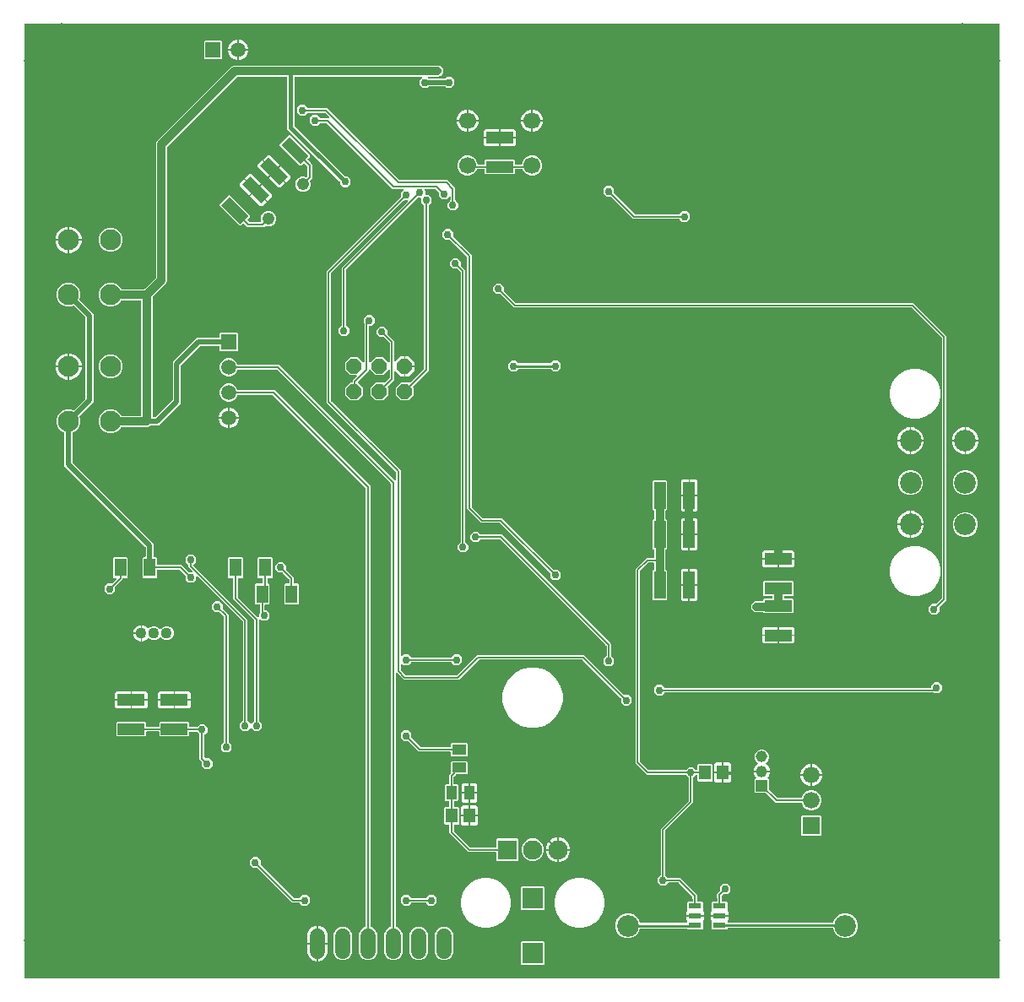
<source format=gbl>
G04 EAGLE Gerber RS-274X export*
G75*
%MOMM*%
%FSLAX34Y34*%
%LPD*%
%INBottom Copper*%
%IPPOS*%
%AMOC8*
5,1,8,0,0,1.08239X$1,22.5*%
G01*
G04 Define Apertures*
%ADD10R,2.715300X1.164600*%
%ADD11R,1.164600X2.715300*%
%ADD12C,2.184400*%
%ADD13R,1.260500X0.595000*%
%ADD14R,2.100000X2.100000*%
%ADD15R,1.420200X1.031200*%
%ADD16C,1.230000*%
%ADD17P,1.64956X8X22.5*%
%ADD18C,1.700000*%
%ADD19C,7.550000*%
%ADD20C,1.108000*%
%ADD21R,1.164600X1.815300*%
%ADD22R,1.930400X1.930400*%
%ADD23C,1.930400*%
%ADD24R,1.500000X1.500000*%
%ADD25C,1.500000*%
%ADD26C,2.100000*%
%ADD27C,2.175000*%
%ADD28C,1.524000*%
%ADD29R,1.164600X1.465300*%
%ADD30R,1.031200X1.420200*%
%ADD31R,1.158000X1.158000*%
%ADD32C,1.158000*%
%ADD33R,1.676400X1.676400*%
%ADD34C,1.676400*%
%ADD35C,0.756400*%
%ADD36C,0.812800*%
%ADD37C,0.152400*%
%ADD38C,0.254000*%
%ADD39C,0.508000*%
%ADD40C,0.406400*%
%ADD41C,0.203200*%
%ADD42C,0.200000*%
G36*
X988613Y10982D02*
X988863Y11154D01*
X989027Y11409D01*
X989078Y11684D01*
X989078Y967616D01*
X989018Y967913D01*
X988846Y968163D01*
X988591Y968327D01*
X988316Y968378D01*
X11684Y968378D01*
X11387Y968318D01*
X11137Y968146D01*
X10973Y967891D01*
X10922Y967616D01*
X10922Y11684D01*
X10982Y11387D01*
X11154Y11137D01*
X11409Y10973D01*
X11684Y10922D01*
X988316Y10922D01*
X988613Y10982D01*
G37*
%LPC*%
G36*
X946622Y906968D02*
X937926Y910570D01*
X931270Y917226D01*
X927668Y925922D01*
X927668Y935334D01*
X931270Y944030D01*
X937926Y950686D01*
X946622Y954288D01*
X956034Y954288D01*
X964730Y950686D01*
X971386Y944030D01*
X974988Y935334D01*
X974988Y925922D01*
X971386Y917226D01*
X964730Y910570D01*
X956034Y906968D01*
X946622Y906968D01*
G37*
G36*
X43966Y906968D02*
X35270Y910570D01*
X28614Y917226D01*
X25012Y925922D01*
X25012Y935334D01*
X28614Y944030D01*
X35270Y950686D01*
X43966Y954288D01*
X53378Y954288D01*
X62074Y950686D01*
X68730Y944030D01*
X72332Y935334D01*
X72332Y925922D01*
X68730Y917226D01*
X62074Y910570D01*
X53378Y906968D01*
X43966Y906968D01*
G37*
G36*
X215360Y942662D02*
X215360Y943897D01*
X216889Y947587D01*
X219713Y950412D01*
X223403Y951940D01*
X224638Y951940D01*
X224638Y942662D01*
X215360Y942662D01*
G37*
G36*
X226162Y942662D02*
X226162Y951940D01*
X227397Y951940D01*
X231087Y950412D01*
X233912Y947587D01*
X235440Y943897D01*
X235440Y942662D01*
X226162Y942662D01*
G37*
G36*
X191869Y932876D02*
X190976Y933769D01*
X190976Y950031D01*
X191869Y950924D01*
X208131Y950924D01*
X209024Y950031D01*
X209024Y933769D01*
X208131Y932876D01*
X191869Y932876D01*
G37*
G36*
X226162Y931860D02*
X226162Y941138D01*
X235440Y941138D01*
X235440Y939903D01*
X233912Y936213D01*
X231087Y933389D01*
X227397Y931860D01*
X226162Y931860D01*
G37*
G36*
X223403Y931860D02*
X219713Y933389D01*
X216889Y936213D01*
X215360Y939903D01*
X215360Y941138D01*
X224638Y941138D01*
X224638Y931860D01*
X223403Y931860D01*
G37*
G36*
X94808Y557376D02*
X90389Y559207D01*
X87007Y562589D01*
X85176Y567008D01*
X85176Y571792D01*
X87007Y576211D01*
X90389Y579593D01*
X94808Y581424D01*
X99592Y581424D01*
X104011Y579593D01*
X107393Y576211D01*
X107705Y575458D01*
X107875Y575207D01*
X108129Y575041D01*
X108409Y574988D01*
X127440Y574988D01*
X127737Y575048D01*
X127987Y575220D01*
X128151Y575475D01*
X128202Y575750D01*
X128202Y690050D01*
X128142Y690347D01*
X127970Y690597D01*
X127715Y690761D01*
X127440Y690812D01*
X108409Y690812D01*
X108112Y690752D01*
X107862Y690580D01*
X107705Y690342D01*
X107393Y689589D01*
X104011Y686207D01*
X99592Y684376D01*
X94808Y684376D01*
X90389Y686207D01*
X87007Y689589D01*
X85176Y694008D01*
X85176Y698792D01*
X87007Y703211D01*
X90389Y706593D01*
X94808Y708424D01*
X99592Y708424D01*
X104011Y706593D01*
X107393Y703211D01*
X107705Y702458D01*
X107875Y702207D01*
X108129Y702041D01*
X108409Y701988D01*
X131160Y701988D01*
X131457Y702048D01*
X131699Y702211D01*
X142779Y713291D01*
X142946Y713544D01*
X143002Y713830D01*
X143002Y848202D01*
X143853Y850255D01*
X219085Y925487D01*
X221138Y926338D01*
X426562Y926338D01*
X427102Y926114D01*
X427394Y926056D01*
X427648Y926056D01*
X427827Y925877D01*
X428075Y925711D01*
X428615Y925487D01*
X430187Y923915D01*
X430411Y923375D01*
X430577Y923127D01*
X430756Y922948D01*
X430756Y922694D01*
X430814Y922402D01*
X431038Y921862D01*
X431038Y919638D01*
X430814Y919098D01*
X430756Y918806D01*
X430756Y918552D01*
X430577Y918373D01*
X430411Y918125D01*
X430187Y917585D01*
X428615Y916013D01*
X428075Y915789D01*
X427827Y915624D01*
X427648Y915444D01*
X427394Y915444D01*
X427102Y915386D01*
X426562Y915162D01*
X416251Y915162D01*
X415954Y915102D01*
X415704Y914930D01*
X415541Y914675D01*
X415490Y914376D01*
X415560Y914081D01*
X415713Y913861D01*
X415967Y913607D01*
X416219Y913440D01*
X416505Y913384D01*
X433125Y913384D01*
X433422Y913444D01*
X433663Y913607D01*
X434682Y914626D01*
X439078Y914626D01*
X442186Y911518D01*
X442186Y907122D01*
X439078Y904014D01*
X434682Y904014D01*
X433663Y905033D01*
X433411Y905200D01*
X433125Y905256D01*
X416505Y905256D01*
X416208Y905196D01*
X415967Y905033D01*
X414948Y904014D01*
X410552Y904014D01*
X407444Y907122D01*
X407444Y911518D01*
X409787Y913861D01*
X409955Y914114D01*
X410010Y914412D01*
X409945Y914708D01*
X409770Y914956D01*
X409512Y915115D01*
X409249Y915162D01*
X282448Y915162D01*
X282151Y915102D01*
X281901Y914930D01*
X281737Y914675D01*
X281686Y914400D01*
X281686Y866113D01*
X281746Y865816D01*
X281909Y865574D01*
X332240Y815244D01*
X332493Y815076D01*
X332779Y815021D01*
X334938Y815021D01*
X338046Y811913D01*
X338046Y807517D01*
X334938Y804409D01*
X330542Y804409D01*
X327434Y807517D01*
X327434Y809676D01*
X327374Y809973D01*
X327211Y810215D01*
X274574Y862852D01*
X274574Y914400D01*
X274514Y914697D01*
X274342Y914947D01*
X274087Y915111D01*
X273812Y915162D01*
X224880Y915162D01*
X224583Y915102D01*
X224341Y914939D01*
X154401Y844999D01*
X154234Y844746D01*
X154178Y844460D01*
X154178Y710088D01*
X153327Y708035D01*
X139601Y694309D01*
X139434Y694056D01*
X139378Y693770D01*
X139378Y574226D01*
X139438Y573929D01*
X139610Y573679D01*
X139865Y573515D01*
X140140Y573464D01*
X141951Y573464D01*
X142248Y573524D01*
X142490Y573687D01*
X159543Y590740D01*
X159710Y590993D01*
X159766Y591279D01*
X159766Y629063D01*
X183737Y653034D01*
X206114Y653034D01*
X206411Y653094D01*
X206661Y653266D01*
X206825Y653521D01*
X206876Y653796D01*
X206876Y657101D01*
X207769Y657994D01*
X224031Y657994D01*
X224924Y657101D01*
X224924Y640839D01*
X224031Y639946D01*
X207769Y639946D01*
X206876Y640839D01*
X206876Y644144D01*
X206816Y644441D01*
X206644Y644691D01*
X206389Y644855D01*
X206114Y644906D01*
X187419Y644906D01*
X187122Y644846D01*
X186880Y644683D01*
X168117Y625920D01*
X167950Y625667D01*
X167894Y625381D01*
X167894Y587597D01*
X145633Y565336D01*
X137504Y565336D01*
X137207Y565276D01*
X136965Y565113D01*
X136515Y564663D01*
X134462Y563812D01*
X108409Y563812D01*
X108112Y563752D01*
X107862Y563580D01*
X107705Y563342D01*
X107393Y562589D01*
X104011Y559207D01*
X99592Y557376D01*
X94808Y557376D01*
G37*
G36*
X379181Y28956D02*
X375820Y30348D01*
X373248Y32920D01*
X371856Y36281D01*
X371856Y55159D01*
X373248Y58520D01*
X375820Y61092D01*
X378006Y61997D01*
X378257Y62167D01*
X378423Y62421D01*
X378476Y62701D01*
X378476Y506639D01*
X378416Y506936D01*
X378253Y507178D01*
X264608Y620823D01*
X264355Y620990D01*
X264069Y621046D01*
X225131Y621046D01*
X224834Y620986D01*
X224584Y620814D01*
X224427Y620576D01*
X223550Y618458D01*
X221012Y615920D01*
X217695Y614546D01*
X214105Y614546D01*
X210788Y615920D01*
X208250Y618458D01*
X206876Y621775D01*
X206876Y625365D01*
X208250Y628682D01*
X210788Y631220D01*
X214105Y632594D01*
X217695Y632594D01*
X221012Y631220D01*
X223550Y628682D01*
X224427Y626564D01*
X224597Y626313D01*
X224851Y626147D01*
X225131Y626094D01*
X266475Y626094D01*
X382493Y510076D01*
X382746Y509909D01*
X383044Y509853D01*
X383340Y509918D01*
X383588Y510094D01*
X383747Y510352D01*
X383794Y510615D01*
X383794Y518167D01*
X383734Y518465D01*
X383571Y518706D01*
X313944Y588333D01*
X313944Y719767D01*
X388171Y793994D01*
X388338Y794247D01*
X388394Y794533D01*
X388394Y798488D01*
X391217Y801311D01*
X391385Y801564D01*
X391440Y801862D01*
X391375Y802158D01*
X391200Y802406D01*
X390942Y802565D01*
X390679Y802612D01*
X379999Y802612D01*
X314138Y868473D01*
X313885Y868640D01*
X313599Y868696D01*
X307555Y868696D01*
X307258Y868636D01*
X307017Y868473D01*
X304458Y865914D01*
X300062Y865914D01*
X296954Y869022D01*
X296954Y873418D01*
X300062Y876526D01*
X304458Y876526D01*
X307017Y873967D01*
X307269Y873800D01*
X307555Y873744D01*
X315917Y873744D01*
X316214Y873804D01*
X316464Y873976D01*
X316628Y874231D01*
X316679Y874530D01*
X316609Y874825D01*
X316456Y875045D01*
X312868Y878633D01*
X312615Y878800D01*
X312329Y878856D01*
X294855Y878856D01*
X294558Y878796D01*
X294317Y878633D01*
X291758Y876074D01*
X287362Y876074D01*
X284254Y879182D01*
X284254Y883578D01*
X287362Y886686D01*
X291758Y886686D01*
X294317Y884127D01*
X294569Y883960D01*
X294855Y883904D01*
X314735Y883904D01*
X386902Y811737D01*
X387155Y811570D01*
X387441Y811514D01*
X435385Y811514D01*
X443214Y803685D01*
X443214Y791425D01*
X443274Y791128D01*
X443437Y790887D01*
X445996Y788328D01*
X445996Y783932D01*
X442888Y780824D01*
X438492Y780824D01*
X435384Y783932D01*
X435384Y788328D01*
X437943Y790887D01*
X438110Y791139D01*
X438166Y791425D01*
X438166Y794583D01*
X438106Y794880D01*
X437934Y795130D01*
X437679Y795293D01*
X437380Y795344D01*
X437085Y795274D01*
X436865Y795121D01*
X433998Y792254D01*
X429602Y792254D01*
X426494Y795362D01*
X426494Y798981D01*
X426434Y799278D01*
X426271Y799520D01*
X423402Y802389D01*
X423149Y802556D01*
X422863Y802612D01*
X413231Y802612D01*
X412934Y802552D01*
X412684Y802380D01*
X412521Y802125D01*
X412470Y801826D01*
X412540Y801531D01*
X412693Y801311D01*
X412976Y801028D01*
X412976Y797278D01*
X413036Y796981D01*
X413208Y796731D01*
X413463Y796567D01*
X413738Y796516D01*
X416218Y796516D01*
X419326Y793408D01*
X419326Y789012D01*
X416529Y786215D01*
X416362Y785963D01*
X416306Y785677D01*
X416306Y620083D01*
X401051Y604828D01*
X400884Y604575D01*
X400828Y604277D01*
X400893Y603981D01*
X401051Y603751D01*
X401574Y603228D01*
X401574Y595652D01*
X396218Y590296D01*
X388642Y590296D01*
X383286Y595652D01*
X383286Y603228D01*
X388642Y608584D01*
X396218Y608584D01*
X396741Y608061D01*
X396993Y607894D01*
X397292Y607838D01*
X397588Y607903D01*
X397818Y608061D01*
X411511Y621754D01*
X411678Y622007D01*
X411734Y622293D01*
X411734Y785677D01*
X411674Y785974D01*
X411511Y786215D01*
X408714Y789012D01*
X408714Y792762D01*
X408654Y793059D01*
X408482Y793309D01*
X408227Y793473D01*
X407952Y793524D01*
X405913Y793524D01*
X405615Y793464D01*
X405374Y793301D01*
X333979Y721906D01*
X333812Y721653D01*
X333756Y721367D01*
X333756Y665933D01*
X333816Y665636D01*
X333979Y665395D01*
X336776Y662598D01*
X336776Y658202D01*
X333668Y655094D01*
X329272Y655094D01*
X326164Y658202D01*
X326164Y662598D01*
X328961Y665395D01*
X329128Y665647D01*
X329184Y665933D01*
X329184Y723577D01*
X395290Y789683D01*
X395458Y789936D01*
X395513Y790234D01*
X395448Y790530D01*
X395273Y790778D01*
X395015Y790937D01*
X394751Y790984D01*
X391943Y790984D01*
X391645Y790924D01*
X391404Y790761D01*
X318739Y718096D01*
X318572Y717843D01*
X318516Y717557D01*
X318516Y590543D01*
X318576Y590245D01*
X318739Y590004D01*
X388366Y520377D01*
X388366Y334209D01*
X388426Y333912D01*
X388598Y333662D01*
X388853Y333499D01*
X389152Y333448D01*
X389447Y333518D01*
X389667Y333671D01*
X391502Y335506D01*
X395898Y335506D01*
X398695Y332709D01*
X398947Y332542D01*
X399233Y332486D01*
X438967Y332486D01*
X439264Y332546D01*
X439505Y332709D01*
X442302Y335506D01*
X446698Y335506D01*
X449806Y332398D01*
X449806Y328002D01*
X446698Y324894D01*
X442302Y324894D01*
X439505Y327691D01*
X439253Y327858D01*
X438967Y327914D01*
X399233Y327914D01*
X398936Y327854D01*
X398695Y327691D01*
X395898Y324894D01*
X391502Y324894D01*
X389667Y326729D01*
X389414Y326897D01*
X389116Y326952D01*
X388820Y326887D01*
X388572Y326712D01*
X388413Y326454D01*
X388366Y326191D01*
X388366Y320033D01*
X388426Y319735D01*
X388589Y319494D01*
X393154Y314929D01*
X393407Y314762D01*
X393693Y314706D01*
X444507Y314706D01*
X444805Y314766D01*
X445046Y314929D01*
X465143Y335026D01*
X572447Y335026D01*
X612384Y295089D01*
X612637Y294922D01*
X612923Y294866D01*
X616878Y294866D01*
X619986Y291758D01*
X619986Y287362D01*
X616878Y284254D01*
X612482Y284254D01*
X609374Y287362D01*
X609374Y291317D01*
X609314Y291615D01*
X609151Y291856D01*
X570776Y330231D01*
X570523Y330398D01*
X570237Y330454D01*
X467353Y330454D01*
X467055Y330394D01*
X466814Y330231D01*
X446717Y310134D01*
X391483Y310134D01*
X384825Y316792D01*
X384572Y316960D01*
X384274Y317015D01*
X383978Y316950D01*
X383730Y316775D01*
X383571Y316517D01*
X383524Y316253D01*
X383524Y62701D01*
X383584Y62404D01*
X383756Y62154D01*
X383994Y61997D01*
X386180Y61092D01*
X388752Y58520D01*
X390144Y55159D01*
X390144Y36281D01*
X388752Y32920D01*
X386180Y30348D01*
X382819Y28956D01*
X379181Y28956D01*
G37*
G36*
X455942Y871622D02*
X455942Y881900D01*
X457376Y881900D01*
X461434Y880219D01*
X464539Y877114D01*
X466220Y873056D01*
X466220Y871622D01*
X455942Y871622D01*
G37*
G36*
X520942Y871622D02*
X520942Y881900D01*
X522376Y881900D01*
X526434Y880219D01*
X529539Y877114D01*
X531220Y873056D01*
X531220Y871622D01*
X520942Y871622D01*
G37*
G36*
X509140Y871622D02*
X509140Y873056D01*
X510821Y877114D01*
X513926Y880219D01*
X517984Y881900D01*
X519418Y881900D01*
X519418Y871622D01*
X509140Y871622D01*
G37*
G36*
X444140Y871622D02*
X444140Y873056D01*
X445821Y877114D01*
X448926Y880219D01*
X452984Y881900D01*
X454418Y881900D01*
X454418Y871622D01*
X444140Y871622D01*
G37*
G36*
X520942Y859820D02*
X520942Y870098D01*
X531220Y870098D01*
X531220Y868664D01*
X529539Y864606D01*
X526434Y861501D01*
X522376Y859820D01*
X520942Y859820D01*
G37*
G36*
X517984Y859820D02*
X513926Y861501D01*
X510821Y864606D01*
X509140Y868664D01*
X509140Y870098D01*
X519418Y870098D01*
X519418Y859820D01*
X517984Y859820D01*
G37*
G36*
X455942Y859820D02*
X455942Y870098D01*
X466220Y870098D01*
X466220Y868664D01*
X464539Y864606D01*
X461434Y861501D01*
X457376Y859820D01*
X455942Y859820D01*
G37*
G36*
X452984Y859820D02*
X448926Y861501D01*
X445821Y864606D01*
X444140Y868664D01*
X444140Y870098D01*
X454418Y870098D01*
X454418Y859820D01*
X452984Y859820D01*
G37*
G36*
X471564Y854986D02*
X471564Y861099D01*
X473051Y862587D01*
X486918Y862587D01*
X486918Y854986D01*
X471564Y854986D01*
G37*
G36*
X488442Y854986D02*
X488442Y862587D01*
X502309Y862587D01*
X503797Y861099D01*
X503797Y854986D01*
X488442Y854986D01*
G37*
G36*
X288777Y799519D02*
X285956Y800688D01*
X283798Y802846D01*
X282629Y805667D01*
X282629Y808720D01*
X283798Y811540D01*
X285956Y813699D01*
X288777Y814867D01*
X291830Y814867D01*
X293166Y814314D01*
X293464Y814256D01*
X293761Y814319D01*
X293997Y814479D01*
X294417Y814899D01*
X294584Y815152D01*
X294640Y815438D01*
X294640Y824678D01*
X294580Y824975D01*
X294417Y825216D01*
X291633Y828000D01*
X291380Y828168D01*
X291082Y828223D01*
X290786Y828158D01*
X290555Y828000D01*
X288326Y825771D01*
X287064Y825771D01*
X266971Y845864D01*
X266971Y847126D01*
X276099Y856254D01*
X277361Y856254D01*
X297454Y836161D01*
X297454Y834899D01*
X295225Y832670D01*
X295058Y832417D01*
X295002Y832119D01*
X295067Y831823D01*
X295225Y831592D01*
X298009Y828808D01*
X299720Y827097D01*
X299720Y813018D01*
X297589Y810887D01*
X297421Y810634D01*
X297366Y810336D01*
X297424Y810056D01*
X297977Y808720D01*
X297977Y805667D01*
X296809Y802846D01*
X294650Y800688D01*
X291830Y799519D01*
X288777Y799519D01*
G37*
G36*
X488442Y845861D02*
X488442Y853462D01*
X503797Y853462D01*
X503797Y847349D01*
X502309Y845861D01*
X488442Y845861D01*
G37*
G36*
X473051Y845861D02*
X471564Y847349D01*
X471564Y853462D01*
X486918Y853462D01*
X486918Y845861D01*
X473051Y845861D01*
G37*
G36*
X250490Y832082D02*
X254813Y836405D01*
X256917Y836405D01*
X266722Y826600D01*
X261347Y821225D01*
X250490Y832082D01*
G37*
G36*
X453186Y815836D02*
X449502Y817362D01*
X446682Y820182D01*
X445156Y823866D01*
X445156Y827854D01*
X446682Y831538D01*
X449502Y834358D01*
X453186Y835884D01*
X457174Y835884D01*
X460858Y834358D01*
X463678Y831538D01*
X465204Y827854D01*
X465204Y827764D01*
X465264Y827467D01*
X465436Y827217D01*
X465691Y827053D01*
X465966Y827002D01*
X471818Y827002D01*
X472115Y827062D01*
X472365Y827234D01*
X472528Y827489D01*
X472580Y827764D01*
X472580Y831170D01*
X473472Y832063D01*
X501888Y832063D01*
X502781Y831170D01*
X502781Y827764D01*
X502841Y827467D01*
X503012Y827217D01*
X503268Y827053D01*
X503543Y827002D01*
X509394Y827002D01*
X509691Y827062D01*
X509941Y827234D01*
X510105Y827489D01*
X510156Y827764D01*
X510156Y827854D01*
X511682Y831538D01*
X514502Y834358D01*
X518186Y835884D01*
X522174Y835884D01*
X525858Y834358D01*
X528678Y831538D01*
X530204Y827854D01*
X530204Y823866D01*
X528678Y820182D01*
X525858Y817362D01*
X522174Y815836D01*
X518186Y815836D01*
X514502Y817362D01*
X511682Y820182D01*
X510946Y821960D01*
X510776Y822211D01*
X510522Y822377D01*
X510242Y822430D01*
X503543Y822430D01*
X503245Y822370D01*
X502995Y822198D01*
X502832Y821943D01*
X502781Y821668D01*
X502781Y818262D01*
X501888Y817369D01*
X473472Y817369D01*
X472580Y818262D01*
X472580Y821668D01*
X472519Y821965D01*
X472348Y822215D01*
X472092Y822379D01*
X471818Y822430D01*
X465118Y822430D01*
X464821Y822370D01*
X464571Y822198D01*
X464414Y821960D01*
X463678Y820182D01*
X460858Y817362D01*
X457174Y815836D01*
X453186Y815836D01*
G37*
G36*
X245090Y824578D02*
X245090Y826682D01*
X249413Y831005D01*
X260270Y820147D01*
X254895Y814773D01*
X245090Y824578D01*
G37*
G36*
X262425Y820147D02*
X267800Y825522D01*
X277605Y815717D01*
X277605Y813613D01*
X273282Y809290D01*
X262425Y820147D01*
G37*
G36*
X265778Y803890D02*
X255973Y813695D01*
X261347Y819070D01*
X272205Y808212D01*
X267882Y803890D01*
X265778Y803890D01*
G37*
G36*
X231985Y813578D02*
X236308Y817900D01*
X238412Y817900D01*
X248217Y808095D01*
X242843Y802720D01*
X231985Y813578D01*
G37*
G36*
X226585Y806073D02*
X226585Y808177D01*
X230908Y812500D01*
X241765Y801643D01*
X236390Y796268D01*
X226585Y806073D01*
G37*
G36*
X243920Y801643D02*
X249295Y807017D01*
X259100Y797212D01*
X259100Y795108D01*
X254778Y790785D01*
X243920Y801643D01*
G37*
G36*
X670902Y769394D02*
X668105Y772191D01*
X667853Y772358D01*
X667567Y772414D01*
X621353Y772414D01*
X599196Y794571D01*
X598943Y794738D01*
X598657Y794794D01*
X594702Y794794D01*
X591594Y797902D01*
X591594Y802298D01*
X594702Y805406D01*
X599098Y805406D01*
X602206Y802298D01*
X602206Y798343D01*
X602266Y798045D01*
X602429Y797804D01*
X623024Y777209D01*
X623277Y777042D01*
X623563Y776986D01*
X667567Y776986D01*
X667864Y777046D01*
X668105Y777209D01*
X670902Y780006D01*
X675298Y780006D01*
X678406Y776898D01*
X678406Y772502D01*
X675298Y769394D01*
X670902Y769394D01*
G37*
G36*
X247273Y785385D02*
X237468Y795190D01*
X242843Y800565D01*
X253700Y789708D01*
X249377Y785385D01*
X247273Y785385D01*
G37*
G36*
X234623Y764540D02*
X231398Y767765D01*
X231145Y767932D01*
X230847Y767988D01*
X230551Y767923D01*
X230320Y767765D01*
X228091Y765536D01*
X226829Y765536D01*
X206736Y785629D01*
X206736Y786891D01*
X215864Y796019D01*
X217126Y796019D01*
X237219Y775926D01*
X237219Y774664D01*
X234990Y772435D01*
X234822Y772182D01*
X234767Y771884D01*
X234832Y771587D01*
X234990Y771357D01*
X236504Y769843D01*
X236756Y769676D01*
X237042Y769620D01*
X247620Y769620D01*
X247917Y769680D01*
X248167Y769852D01*
X248331Y770107D01*
X248382Y770406D01*
X248324Y770674D01*
X248123Y771160D01*
X248123Y774213D01*
X249291Y777034D01*
X251450Y779192D01*
X254270Y780361D01*
X257323Y780361D01*
X260144Y779192D01*
X262302Y777034D01*
X263471Y774213D01*
X263471Y771160D01*
X262302Y768340D01*
X260144Y766181D01*
X257323Y765013D01*
X254270Y765013D01*
X252934Y765566D01*
X252636Y765624D01*
X252339Y765561D01*
X252103Y765401D01*
X251242Y764540D01*
X234623Y764540D01*
G37*
G36*
X55962Y752162D02*
X55962Y764440D01*
X57794Y764440D01*
X62587Y762455D01*
X66255Y758787D01*
X68240Y753994D01*
X68240Y752162D01*
X55962Y752162D01*
G37*
G36*
X42160Y752162D02*
X42160Y753994D01*
X44145Y758787D01*
X47813Y762455D01*
X52606Y764440D01*
X54438Y764440D01*
X54438Y752162D01*
X42160Y752162D01*
G37*
G36*
X94808Y739376D02*
X90389Y741207D01*
X87007Y744589D01*
X85176Y749008D01*
X85176Y753792D01*
X87007Y758211D01*
X90389Y761593D01*
X94808Y763424D01*
X99592Y763424D01*
X104011Y761593D01*
X107393Y758211D01*
X109224Y753792D01*
X109224Y749008D01*
X107393Y744589D01*
X104011Y741207D01*
X99592Y739376D01*
X94808Y739376D01*
G37*
G36*
X541362Y409984D02*
X538254Y413092D01*
X538254Y417047D01*
X538194Y417345D01*
X538031Y417586D01*
X488226Y467391D01*
X487973Y467558D01*
X487687Y467614D01*
X468953Y467614D01*
X454914Y481653D01*
X454914Y734067D01*
X454854Y734365D01*
X454691Y734606D01*
X437906Y751391D01*
X437653Y751558D01*
X437367Y751614D01*
X433412Y751614D01*
X430304Y754722D01*
X430304Y759118D01*
X433412Y762226D01*
X437808Y762226D01*
X440916Y759118D01*
X440916Y755163D01*
X440976Y754865D01*
X441139Y754624D01*
X459486Y736277D01*
X459486Y483863D01*
X459546Y483565D01*
X459709Y483324D01*
X470624Y472409D01*
X470877Y472242D01*
X471163Y472186D01*
X489897Y472186D01*
X541264Y420819D01*
X541517Y420652D01*
X541803Y420596D01*
X545758Y420596D01*
X548866Y417488D01*
X548866Y413092D01*
X545758Y409984D01*
X541362Y409984D01*
G37*
G36*
X55962Y738360D02*
X55962Y750638D01*
X68240Y750638D01*
X68240Y748806D01*
X66255Y744013D01*
X62587Y740345D01*
X57794Y738360D01*
X55962Y738360D01*
G37*
G36*
X52606Y738360D02*
X47813Y740345D01*
X44145Y744013D01*
X42160Y748806D01*
X42160Y750638D01*
X54438Y750638D01*
X54438Y738360D01*
X52606Y738360D01*
G37*
G36*
X448652Y437924D02*
X445544Y441032D01*
X445544Y445428D01*
X448341Y448225D01*
X448508Y448477D01*
X448564Y448763D01*
X448564Y718827D01*
X448504Y719125D01*
X448341Y719366D01*
X445526Y722181D01*
X445273Y722348D01*
X444987Y722404D01*
X441032Y722404D01*
X437924Y725512D01*
X437924Y729908D01*
X441032Y733016D01*
X445428Y733016D01*
X448536Y729908D01*
X448536Y725953D01*
X448596Y725655D01*
X448759Y725414D01*
X453136Y721037D01*
X453136Y448763D01*
X453196Y448466D01*
X453359Y448225D01*
X456156Y445428D01*
X456156Y441032D01*
X453048Y437924D01*
X448652Y437924D01*
G37*
G36*
X230212Y258854D02*
X227104Y261962D01*
X227104Y266358D01*
X229901Y269155D01*
X230068Y269407D01*
X230124Y269693D01*
X230124Y368307D01*
X230064Y368605D01*
X229901Y368846D01*
X184407Y414340D01*
X184154Y414508D01*
X183856Y414563D01*
X183560Y414498D01*
X183312Y414323D01*
X183153Y414065D01*
X183106Y413801D01*
X183106Y410552D01*
X179998Y407444D01*
X175602Y407444D01*
X172494Y410552D01*
X172494Y414507D01*
X172434Y414805D01*
X172271Y415046D01*
X166916Y420401D01*
X166663Y420568D01*
X166377Y420624D01*
X144783Y420624D01*
X144486Y420564D01*
X144236Y420392D01*
X144072Y420137D01*
X144021Y419862D01*
X144021Y413202D01*
X143128Y412310D01*
X130220Y412310D01*
X129327Y413202D01*
X129327Y432618D01*
X130220Y433511D01*
X131848Y433511D01*
X132145Y433571D01*
X132395Y433742D01*
X132559Y433998D01*
X132610Y434273D01*
X132610Y442987D01*
X132550Y443284D01*
X132387Y443526D01*
X51136Y524777D01*
X51136Y557560D01*
X51076Y557857D01*
X50904Y558107D01*
X50666Y558264D01*
X48389Y559207D01*
X45007Y562589D01*
X43176Y567008D01*
X43176Y571792D01*
X45007Y576211D01*
X48389Y579593D01*
X52808Y581424D01*
X57592Y581424D01*
X59868Y580481D01*
X60166Y580423D01*
X60463Y580486D01*
X60699Y580646D01*
X71913Y591860D01*
X72080Y592113D01*
X72136Y592399D01*
X72136Y673401D01*
X72076Y673698D01*
X71913Y673940D01*
X60699Y685154D01*
X60446Y685321D01*
X60148Y685377D01*
X59868Y685319D01*
X57592Y684376D01*
X52808Y684376D01*
X48389Y686207D01*
X45007Y689589D01*
X43176Y694008D01*
X43176Y698792D01*
X45007Y703211D01*
X48389Y706593D01*
X52808Y708424D01*
X57592Y708424D01*
X62011Y706593D01*
X65393Y703211D01*
X67224Y698792D01*
X67224Y694008D01*
X66281Y691732D01*
X66223Y691434D01*
X66286Y691137D01*
X66446Y690901D01*
X80264Y677083D01*
X80264Y588717D01*
X66446Y574899D01*
X66279Y574646D01*
X66223Y574348D01*
X66281Y574068D01*
X67224Y571792D01*
X67224Y567008D01*
X65393Y562589D01*
X62011Y559207D01*
X59734Y558264D01*
X59483Y558094D01*
X59317Y557840D01*
X59264Y557560D01*
X59264Y528459D01*
X59324Y528162D01*
X59487Y527920D01*
X140738Y446669D01*
X140738Y434273D01*
X140798Y433975D01*
X140970Y433725D01*
X141225Y433562D01*
X141500Y433511D01*
X143128Y433511D01*
X144021Y432618D01*
X144021Y425958D01*
X144081Y425661D01*
X144253Y425411D01*
X144508Y425247D01*
X144783Y425196D01*
X168587Y425196D01*
X175504Y418279D01*
X175757Y418112D01*
X176043Y418056D01*
X178851Y418056D01*
X179149Y418116D01*
X179399Y418288D01*
X179562Y418543D01*
X179613Y418842D01*
X179543Y419137D01*
X179390Y419357D01*
X175514Y423233D01*
X175514Y424997D01*
X175454Y425294D01*
X175291Y425535D01*
X172494Y428332D01*
X172494Y432728D01*
X175602Y435836D01*
X179998Y435836D01*
X183106Y432728D01*
X183106Y428332D01*
X180532Y425758D01*
X180365Y425506D01*
X180309Y425207D01*
X180374Y424911D01*
X180532Y424681D01*
X233134Y372079D01*
X234696Y370517D01*
X234696Y269693D01*
X234756Y269396D01*
X234919Y269155D01*
X237586Y266488D01*
X237839Y266320D01*
X238137Y266265D01*
X238433Y266330D01*
X238664Y266488D01*
X241331Y269155D01*
X241498Y269407D01*
X241554Y269693D01*
X241554Y369577D01*
X241494Y369875D01*
X241331Y370116D01*
X220450Y390997D01*
X220450Y411548D01*
X220390Y411845D01*
X220218Y412095D01*
X219963Y412258D01*
X219688Y412310D01*
X216282Y412310D01*
X215389Y413202D01*
X215389Y432618D01*
X216282Y433511D01*
X229190Y433511D01*
X230083Y432618D01*
X230083Y413202D01*
X229190Y412310D01*
X225784Y412310D01*
X225487Y412249D01*
X225237Y412078D01*
X225073Y411822D01*
X225022Y411548D01*
X225022Y393207D01*
X225082Y392909D01*
X225245Y392668D01*
X244853Y373060D01*
X245106Y372892D01*
X245404Y372837D01*
X245700Y372902D01*
X245948Y373077D01*
X246107Y373335D01*
X246154Y373599D01*
X246154Y376848D01*
X246897Y377591D01*
X247064Y377843D01*
X247120Y378129D01*
X247120Y384878D01*
X247060Y385175D01*
X246888Y385425D01*
X246633Y385588D01*
X246358Y385640D01*
X242952Y385640D01*
X242059Y386532D01*
X242059Y405948D01*
X242952Y406841D01*
X249196Y406841D01*
X249493Y406901D01*
X249743Y407072D01*
X249907Y407328D01*
X249958Y407603D01*
X249958Y411548D01*
X249898Y411845D01*
X249726Y412095D01*
X249471Y412258D01*
X249196Y412310D01*
X245790Y412310D01*
X244897Y413202D01*
X244897Y432618D01*
X245790Y433511D01*
X258698Y433511D01*
X259591Y432618D01*
X259591Y413202D01*
X258698Y412310D01*
X255292Y412310D01*
X254995Y412249D01*
X254745Y412078D01*
X254581Y411822D01*
X254530Y411548D01*
X254530Y407603D01*
X254590Y407305D01*
X254762Y407055D01*
X255017Y406892D01*
X255292Y406841D01*
X255860Y406841D01*
X256753Y405948D01*
X256753Y386532D01*
X255860Y385640D01*
X252454Y385640D01*
X252157Y385579D01*
X251907Y385408D01*
X251743Y385152D01*
X251692Y384878D01*
X251692Y380718D01*
X251752Y380421D01*
X251924Y380171D01*
X252179Y380007D01*
X252454Y379956D01*
X253658Y379956D01*
X256766Y376848D01*
X256766Y372452D01*
X253658Y369344D01*
X249262Y369344D01*
X247427Y371179D01*
X247174Y371347D01*
X246876Y371402D01*
X246580Y371337D01*
X246332Y371162D01*
X246173Y370904D01*
X246126Y370641D01*
X246126Y269693D01*
X246186Y269396D01*
X246349Y269155D01*
X249146Y266358D01*
X249146Y261962D01*
X246038Y258854D01*
X241642Y258854D01*
X238664Y261832D01*
X238411Y262000D01*
X238113Y262055D01*
X237817Y261990D01*
X237586Y261832D01*
X234608Y258854D01*
X230212Y258854D01*
G37*
G36*
X921092Y375694D02*
X917984Y378802D01*
X917984Y383198D01*
X921092Y386306D01*
X925047Y386306D01*
X925345Y386366D01*
X925586Y386529D01*
X930941Y391884D01*
X931108Y392137D01*
X931164Y392423D01*
X931164Y652787D01*
X931104Y653085D01*
X930941Y653326D01*
X900976Y683291D01*
X900723Y683458D01*
X900437Y683514D01*
X501973Y683514D01*
X488706Y696781D01*
X488453Y696948D01*
X488167Y697004D01*
X484212Y697004D01*
X481104Y700112D01*
X481104Y704508D01*
X484212Y707616D01*
X488608Y707616D01*
X491716Y704508D01*
X491716Y700553D01*
X491776Y700255D01*
X491939Y700014D01*
X503644Y688309D01*
X503897Y688142D01*
X504183Y688086D01*
X902647Y688086D01*
X935736Y654997D01*
X935736Y390213D01*
X928819Y383296D01*
X928652Y383043D01*
X928596Y382757D01*
X928596Y378802D01*
X925488Y375694D01*
X921092Y375694D01*
G37*
G36*
X337842Y590296D02*
X332486Y595652D01*
X332486Y603228D01*
X337842Y608584D01*
X339344Y608584D01*
X339641Y608644D01*
X339891Y608816D01*
X340055Y609071D01*
X340106Y609346D01*
X340106Y610539D01*
X343962Y614395D01*
X344129Y614648D01*
X344185Y614946D01*
X344120Y615242D01*
X343944Y615490D01*
X343686Y615649D01*
X343423Y615696D01*
X337842Y615696D01*
X332486Y621052D01*
X332486Y628628D01*
X337842Y633984D01*
X345418Y633984D01*
X350743Y628658D01*
X350996Y628491D01*
X351294Y628435D01*
X351590Y628500D01*
X351838Y628676D01*
X351997Y628934D01*
X352044Y629197D01*
X352044Y667567D01*
X351984Y667864D01*
X351821Y668105D01*
X351564Y668362D01*
X351564Y672758D01*
X354672Y675866D01*
X359068Y675866D01*
X362176Y672758D01*
X362176Y668362D01*
X359068Y665254D01*
X357378Y665254D01*
X357081Y665194D01*
X356831Y665022D01*
X356667Y664767D01*
X356616Y664492D01*
X356616Y629197D01*
X356676Y628900D01*
X356848Y628650D01*
X357103Y628486D01*
X357402Y628436D01*
X357697Y628505D01*
X357917Y628658D01*
X363242Y633984D01*
X370818Y633984D01*
X376143Y628658D01*
X376396Y628491D01*
X376694Y628435D01*
X376990Y628500D01*
X377238Y628676D01*
X377397Y628934D01*
X377444Y629197D01*
X377444Y647707D01*
X377384Y648005D01*
X377221Y648246D01*
X371866Y653601D01*
X371613Y653768D01*
X371327Y653824D01*
X367372Y653824D01*
X364264Y656932D01*
X364264Y661328D01*
X367372Y664436D01*
X371768Y664436D01*
X374876Y661328D01*
X374876Y657373D01*
X374936Y657075D01*
X375099Y656834D01*
X382016Y649917D01*
X382016Y630634D01*
X382076Y630337D01*
X382248Y630087D01*
X382503Y629923D01*
X382802Y629872D01*
X383097Y629942D01*
X383317Y630095D01*
X388222Y635000D01*
X391668Y635000D01*
X391668Y614680D01*
X388222Y614680D01*
X383317Y619585D01*
X383064Y619752D01*
X382766Y619808D01*
X382470Y619743D01*
X382222Y619567D01*
X382063Y619309D01*
X382016Y619046D01*
X382016Y611193D01*
X375651Y604828D01*
X375484Y604575D01*
X375428Y604277D01*
X375493Y603981D01*
X375651Y603751D01*
X376174Y603228D01*
X376174Y595652D01*
X370818Y590296D01*
X363242Y590296D01*
X357886Y595652D01*
X357886Y603228D01*
X363242Y608584D01*
X370818Y608584D01*
X371341Y608061D01*
X371593Y607894D01*
X371892Y607838D01*
X372188Y607903D01*
X372418Y608061D01*
X377221Y612864D01*
X377388Y613117D01*
X377444Y613403D01*
X377444Y620483D01*
X377384Y620780D01*
X377212Y621030D01*
X376957Y621194D01*
X376658Y621244D01*
X376363Y621175D01*
X376143Y621022D01*
X370818Y615696D01*
X363242Y615696D01*
X357917Y621022D01*
X357664Y621189D01*
X357366Y621245D01*
X357070Y621180D01*
X356822Y621004D01*
X356663Y620746D01*
X356638Y620606D01*
X345556Y609523D01*
X345388Y609271D01*
X345333Y608972D01*
X345398Y608676D01*
X345556Y608446D01*
X350774Y603228D01*
X350774Y595652D01*
X345418Y590296D01*
X337842Y590296D01*
G37*
G36*
X42160Y625162D02*
X42160Y626994D01*
X44145Y631787D01*
X47813Y635455D01*
X52606Y637440D01*
X54438Y637440D01*
X54438Y625162D01*
X42160Y625162D01*
G37*
G36*
X55962Y625162D02*
X55962Y637440D01*
X57794Y637440D01*
X62587Y635455D01*
X66255Y631787D01*
X68240Y626994D01*
X68240Y625162D01*
X55962Y625162D01*
G37*
G36*
X94808Y612376D02*
X90389Y614207D01*
X87007Y617589D01*
X85176Y622008D01*
X85176Y626792D01*
X87007Y631211D01*
X90389Y634593D01*
X94808Y636424D01*
X99592Y636424D01*
X104011Y634593D01*
X107393Y631211D01*
X109224Y626792D01*
X109224Y622008D01*
X107393Y617589D01*
X104011Y614207D01*
X99592Y612376D01*
X94808Y612376D01*
G37*
G36*
X393192Y625602D02*
X393192Y635000D01*
X396638Y635000D01*
X402590Y629048D01*
X402590Y625602D01*
X393192Y625602D01*
G37*
G36*
X499452Y619534D02*
X496344Y622642D01*
X496344Y627038D01*
X499452Y630146D01*
X503848Y630146D01*
X506137Y627857D01*
X506389Y627690D01*
X506675Y627634D01*
X538535Y627634D01*
X538832Y627694D01*
X539073Y627857D01*
X541362Y630146D01*
X545758Y630146D01*
X548866Y627038D01*
X548866Y622642D01*
X545758Y619534D01*
X541362Y619534D01*
X539073Y621823D01*
X538821Y621990D01*
X538535Y622046D01*
X506675Y622046D01*
X506378Y621986D01*
X506137Y621823D01*
X503848Y619534D01*
X499452Y619534D01*
G37*
G36*
X393192Y614680D02*
X393192Y624078D01*
X402590Y624078D01*
X402590Y620632D01*
X396638Y614680D01*
X393192Y614680D01*
G37*
G36*
X52606Y611360D02*
X47813Y613345D01*
X44145Y617013D01*
X42160Y621806D01*
X42160Y623638D01*
X54438Y623638D01*
X54438Y611360D01*
X52606Y611360D01*
G37*
G36*
X55962Y611360D02*
X55962Y623638D01*
X68240Y623638D01*
X68240Y621806D01*
X66255Y617013D01*
X62587Y613345D01*
X57794Y611360D01*
X55962Y611360D01*
G37*
G36*
X900888Y571840D02*
X894489Y573555D01*
X888751Y576867D01*
X884067Y581551D01*
X880755Y587289D01*
X879040Y593688D01*
X879040Y600312D01*
X880755Y606711D01*
X884067Y612449D01*
X888751Y617133D01*
X894489Y620445D01*
X900888Y622160D01*
X907512Y622160D01*
X913911Y620445D01*
X919649Y617133D01*
X924333Y612449D01*
X927645Y606711D01*
X929360Y600312D01*
X929360Y593688D01*
X927645Y587289D01*
X924333Y581551D01*
X919649Y576867D01*
X913911Y573555D01*
X907512Y571840D01*
X900888Y571840D01*
G37*
G36*
X353781Y28956D02*
X350420Y30348D01*
X347848Y32920D01*
X346456Y36281D01*
X346456Y55159D01*
X347848Y58520D01*
X350420Y61092D01*
X352606Y61997D01*
X352857Y62167D01*
X353023Y62421D01*
X353076Y62701D01*
X353076Y502328D01*
X353016Y502626D01*
X352853Y502867D01*
X260297Y595423D01*
X260044Y595590D01*
X259758Y595646D01*
X225131Y595646D01*
X224834Y595586D01*
X224584Y595414D01*
X224427Y595176D01*
X223550Y593058D01*
X221012Y590520D01*
X217695Y589146D01*
X214105Y589146D01*
X210788Y590520D01*
X208250Y593058D01*
X206876Y596375D01*
X206876Y599965D01*
X208250Y603282D01*
X210788Y605820D01*
X214105Y607194D01*
X217695Y607194D01*
X221012Y605820D01*
X223550Y603282D01*
X224427Y601164D01*
X224597Y600913D01*
X224851Y600747D01*
X225131Y600694D01*
X262165Y600694D01*
X358124Y504735D01*
X358124Y62701D01*
X358184Y62404D01*
X358356Y62154D01*
X358594Y61997D01*
X360780Y61092D01*
X363352Y58520D01*
X364744Y55159D01*
X364744Y36281D01*
X363352Y32920D01*
X360780Y30348D01*
X357419Y28956D01*
X353781Y28956D01*
G37*
G36*
X216662Y573532D02*
X216662Y582810D01*
X217897Y582810D01*
X221587Y581282D01*
X224412Y578457D01*
X225940Y574767D01*
X225940Y573532D01*
X216662Y573532D01*
G37*
G36*
X205860Y573532D02*
X205860Y574767D01*
X207389Y578457D01*
X210213Y581282D01*
X213903Y582810D01*
X215138Y582810D01*
X215138Y573532D01*
X205860Y573532D01*
G37*
G36*
X216662Y562730D02*
X216662Y572008D01*
X225940Y572008D01*
X225940Y570773D01*
X224412Y567083D01*
X221587Y564259D01*
X217897Y562730D01*
X216662Y562730D01*
G37*
G36*
X213903Y562730D02*
X210213Y564259D01*
X207389Y567083D01*
X205860Y570773D01*
X205860Y572008D01*
X215138Y572008D01*
X215138Y562730D01*
X213903Y562730D01*
G37*
G36*
X886185Y550762D02*
X886185Y552668D01*
X888227Y557599D01*
X892001Y561373D01*
X896932Y563415D01*
X898838Y563415D01*
X898838Y550762D01*
X886185Y550762D01*
G37*
G36*
X955362Y550762D02*
X955362Y563415D01*
X957268Y563415D01*
X962199Y561373D01*
X965973Y557599D01*
X968015Y552668D01*
X968015Y550762D01*
X955362Y550762D01*
G37*
G36*
X941185Y550762D02*
X941185Y552668D01*
X943227Y557599D01*
X947001Y561373D01*
X951932Y563415D01*
X953838Y563415D01*
X953838Y550762D01*
X941185Y550762D01*
G37*
G36*
X900362Y550762D02*
X900362Y563415D01*
X902268Y563415D01*
X907199Y561373D01*
X910973Y557599D01*
X913015Y552668D01*
X913015Y550762D01*
X900362Y550762D01*
G37*
G36*
X900362Y536585D02*
X900362Y549238D01*
X913015Y549238D01*
X913015Y547332D01*
X910973Y542401D01*
X907199Y538627D01*
X902268Y536585D01*
X900362Y536585D01*
G37*
G36*
X896932Y536585D02*
X892001Y538627D01*
X888227Y542401D01*
X886185Y547332D01*
X886185Y549238D01*
X898838Y549238D01*
X898838Y536585D01*
X896932Y536585D01*
G37*
G36*
X955362Y536585D02*
X955362Y549238D01*
X968015Y549238D01*
X968015Y547332D01*
X965973Y542401D01*
X962199Y538627D01*
X957268Y536585D01*
X955362Y536585D01*
G37*
G36*
X951932Y536585D02*
X947001Y538627D01*
X943227Y542401D01*
X941185Y547332D01*
X941185Y549238D01*
X953838Y549238D01*
X953838Y536585D01*
X951932Y536585D01*
G37*
G36*
X952134Y495601D02*
X947577Y497489D01*
X944089Y500977D01*
X942201Y505534D01*
X942201Y510466D01*
X944089Y515023D01*
X947577Y518511D01*
X952134Y520399D01*
X957066Y520399D01*
X961623Y518511D01*
X965111Y515023D01*
X966999Y510466D01*
X966999Y505534D01*
X965111Y500977D01*
X961623Y497489D01*
X957066Y495601D01*
X952134Y495601D01*
G37*
G36*
X897134Y495601D02*
X892577Y497489D01*
X889089Y500977D01*
X887201Y505534D01*
X887201Y510466D01*
X889089Y515023D01*
X892577Y518511D01*
X897134Y520399D01*
X902066Y520399D01*
X906623Y518511D01*
X910111Y515023D01*
X911999Y510466D01*
X911999Y505534D01*
X910111Y500977D01*
X906623Y497489D01*
X902066Y495601D01*
X897134Y495601D01*
G37*
G36*
X678456Y496062D02*
X678456Y511417D01*
X684569Y511417D01*
X686057Y509929D01*
X686057Y496062D01*
X678456Y496062D01*
G37*
G36*
X669331Y496062D02*
X669331Y509929D01*
X670819Y511417D01*
X676932Y511417D01*
X676932Y496062D01*
X669331Y496062D01*
G37*
G36*
X674837Y74422D02*
X674837Y77687D01*
X675739Y78590D01*
X675907Y78842D01*
X675962Y79141D01*
X675897Y79437D01*
X675853Y79502D01*
X675853Y86766D01*
X676745Y87659D01*
X680485Y87659D01*
X680782Y87719D01*
X681032Y87891D01*
X681195Y88146D01*
X681246Y88442D01*
X681132Y92580D01*
X681063Y92876D01*
X680909Y93098D01*
X667296Y106711D01*
X667043Y106878D01*
X666757Y106934D01*
X657043Y106934D01*
X656746Y106874D01*
X656505Y106711D01*
X653708Y103914D01*
X649312Y103914D01*
X646204Y107022D01*
X646204Y111418D01*
X649001Y114215D01*
X649168Y114467D01*
X649224Y114753D01*
X649224Y160967D01*
X676941Y188684D01*
X677108Y188937D01*
X677164Y189223D01*
X677164Y211637D01*
X677104Y211934D01*
X676941Y212175D01*
X674455Y214661D01*
X674203Y214828D01*
X673917Y214884D01*
X635323Y214884D01*
X623824Y226383D01*
X623824Y421317D01*
X634837Y432330D01*
X641681Y432330D01*
X641978Y432390D01*
X642219Y432553D01*
X642375Y432709D01*
X642542Y432961D01*
X642598Y433247D01*
X642598Y440068D01*
X642538Y440365D01*
X642366Y440615D01*
X642111Y440778D01*
X641836Y440830D01*
X641732Y440830D01*
X640839Y441722D01*
X640839Y470138D01*
X641732Y471031D01*
X641836Y471031D01*
X642133Y471091D01*
X642383Y471262D01*
X642547Y471518D01*
X642598Y471793D01*
X642598Y479438D01*
X642538Y479735D01*
X642366Y479985D01*
X642111Y480148D01*
X641836Y480200D01*
X641732Y480200D01*
X640839Y481092D01*
X640839Y509508D01*
X641732Y510401D01*
X654640Y510401D01*
X655533Y509508D01*
X655533Y481092D01*
X654640Y480200D01*
X654536Y480200D01*
X654239Y480139D01*
X653989Y479968D01*
X653825Y479712D01*
X653774Y479438D01*
X653774Y471793D01*
X653834Y471495D01*
X654006Y471245D01*
X654261Y471082D01*
X654536Y471031D01*
X654640Y471031D01*
X655533Y470138D01*
X655533Y441722D01*
X654640Y440830D01*
X654536Y440830D01*
X654239Y440769D01*
X653989Y440598D01*
X653825Y440342D01*
X653774Y440068D01*
X653774Y420993D01*
X653834Y420695D01*
X654006Y420445D01*
X654261Y420282D01*
X654536Y420231D01*
X654640Y420231D01*
X655533Y419338D01*
X655533Y390922D01*
X654640Y390030D01*
X641732Y390030D01*
X640839Y390922D01*
X640839Y419338D01*
X641732Y420231D01*
X641836Y420231D01*
X642133Y420291D01*
X642383Y420462D01*
X642547Y420718D01*
X642598Y420993D01*
X642598Y426996D01*
X642538Y427293D01*
X642366Y427543D01*
X642111Y427707D01*
X641836Y427758D01*
X637047Y427758D01*
X636749Y427698D01*
X636508Y427535D01*
X628619Y419646D01*
X628452Y419393D01*
X628396Y419107D01*
X628396Y228593D01*
X628456Y228295D01*
X628619Y228054D01*
X636994Y219679D01*
X637247Y219512D01*
X637533Y219456D01*
X673917Y219456D01*
X674214Y219516D01*
X674455Y219679D01*
X677252Y222476D01*
X681648Y222476D01*
X684445Y219679D01*
X684697Y219512D01*
X684983Y219456D01*
X685447Y219456D01*
X685744Y219516D01*
X685994Y219688D01*
X686158Y219943D01*
X686209Y220218D01*
X686209Y225128D01*
X687102Y226021D01*
X700010Y226021D01*
X700903Y225128D01*
X700903Y209212D01*
X700010Y208320D01*
X687102Y208320D01*
X686209Y209212D01*
X686209Y214122D01*
X686149Y214419D01*
X685977Y214669D01*
X685722Y214833D01*
X685447Y214884D01*
X684983Y214884D01*
X684686Y214824D01*
X684445Y214661D01*
X681959Y212175D01*
X681792Y211923D01*
X681736Y211637D01*
X681736Y187013D01*
X654019Y159296D01*
X653852Y159043D01*
X653796Y158757D01*
X653796Y114753D01*
X653856Y114456D01*
X654019Y114215D01*
X656505Y111729D01*
X656757Y111562D01*
X657043Y111506D01*
X668967Y111506D01*
X684970Y95503D01*
X684986Y95488D01*
X685670Y94841D01*
X685670Y93898D01*
X685670Y93877D01*
X685821Y88400D01*
X685890Y88105D01*
X686068Y87859D01*
X686328Y87703D01*
X686583Y87659D01*
X690613Y87659D01*
X691506Y86766D01*
X691506Y79496D01*
X691452Y79414D01*
X691396Y79116D01*
X691461Y78820D01*
X691619Y78590D01*
X692522Y77687D01*
X692522Y74422D01*
X674837Y74422D01*
G37*
G36*
X678456Y479184D02*
X678456Y494538D01*
X686057Y494538D01*
X686057Y480671D01*
X684569Y479184D01*
X678456Y479184D01*
G37*
G36*
X670819Y479184D02*
X669331Y480671D01*
X669331Y494538D01*
X676932Y494538D01*
X676932Y479184D01*
X670819Y479184D01*
G37*
G36*
X886185Y466762D02*
X886185Y468668D01*
X888227Y473599D01*
X892001Y477373D01*
X896932Y479415D01*
X898838Y479415D01*
X898838Y466762D01*
X886185Y466762D01*
G37*
G36*
X900362Y466762D02*
X900362Y479415D01*
X902268Y479415D01*
X907199Y477373D01*
X910973Y473599D01*
X913015Y468668D01*
X913015Y466762D01*
X900362Y466762D01*
G37*
G36*
X952134Y453601D02*
X947577Y455489D01*
X944089Y458977D01*
X942201Y463534D01*
X942201Y468466D01*
X944089Y473023D01*
X947577Y476511D01*
X952134Y478399D01*
X957066Y478399D01*
X961623Y476511D01*
X965111Y473023D01*
X966999Y468466D01*
X966999Y463534D01*
X965111Y458977D01*
X961623Y455489D01*
X957066Y453601D01*
X952134Y453601D01*
G37*
G36*
X669331Y456692D02*
X669331Y470559D01*
X670819Y472047D01*
X676932Y472047D01*
X676932Y456692D01*
X669331Y456692D01*
G37*
G36*
X678456Y456692D02*
X678456Y472047D01*
X684569Y472047D01*
X686057Y470559D01*
X686057Y456692D01*
X678456Y456692D01*
G37*
G36*
X896932Y452585D02*
X892001Y454627D01*
X888227Y458401D01*
X886185Y463332D01*
X886185Y465238D01*
X898838Y465238D01*
X898838Y452585D01*
X896932Y452585D01*
G37*
G36*
X900362Y452585D02*
X900362Y465238D01*
X913015Y465238D01*
X913015Y463332D01*
X910973Y458401D01*
X907199Y454627D01*
X902268Y452585D01*
X900362Y452585D01*
G37*
G36*
X594702Y323624D02*
X591594Y326732D01*
X591594Y331128D01*
X594583Y334117D01*
X594751Y334370D01*
X594806Y334656D01*
X594806Y343985D01*
X594746Y344282D01*
X594583Y344524D01*
X488226Y450881D01*
X487973Y451048D01*
X487687Y451104D01*
X469083Y451104D01*
X468786Y451044D01*
X468545Y450881D01*
X465748Y448084D01*
X461352Y448084D01*
X458244Y451192D01*
X458244Y455588D01*
X461352Y458696D01*
X465748Y458696D01*
X468545Y455899D01*
X468797Y455732D01*
X469083Y455676D01*
X489897Y455676D01*
X599378Y346195D01*
X599378Y334271D01*
X599439Y333974D01*
X599602Y333732D01*
X602206Y331128D01*
X602206Y326732D01*
X599098Y323624D01*
X594702Y323624D01*
G37*
G36*
X670819Y439814D02*
X669331Y441301D01*
X669331Y455168D01*
X676932Y455168D01*
X676932Y439814D01*
X670819Y439814D01*
G37*
G36*
X678456Y439814D02*
X678456Y455168D01*
X686057Y455168D01*
X686057Y441301D01*
X684569Y439814D01*
X678456Y439814D01*
G37*
G36*
X900888Y393840D02*
X894489Y395555D01*
X888751Y398867D01*
X884067Y403551D01*
X880755Y409289D01*
X879040Y415688D01*
X879040Y422312D01*
X880755Y428711D01*
X884067Y434449D01*
X888751Y439133D01*
X894489Y442445D01*
X900888Y444160D01*
X907512Y444160D01*
X913911Y442445D01*
X919649Y439133D01*
X924333Y434449D01*
X927645Y428711D01*
X929360Y422312D01*
X929360Y415688D01*
X927645Y409289D01*
X924333Y403551D01*
X919649Y398867D01*
X913911Y395555D01*
X907512Y393840D01*
X900888Y393840D01*
G37*
G36*
X750964Y432076D02*
X750964Y438189D01*
X752451Y439677D01*
X766318Y439677D01*
X766318Y432076D01*
X750964Y432076D01*
G37*
G36*
X767842Y432076D02*
X767842Y439677D01*
X781709Y439677D01*
X783197Y438189D01*
X783197Y432076D01*
X767842Y432076D01*
G37*
G36*
X94322Y396014D02*
X91214Y399122D01*
X91214Y403518D01*
X94322Y406626D01*
X98277Y406626D01*
X98575Y406686D01*
X98816Y406849D01*
X102976Y411009D01*
X103143Y411262D01*
X103199Y411560D01*
X103134Y411856D01*
X102958Y412103D01*
X102700Y412263D01*
X102437Y412310D01*
X100712Y412310D01*
X99819Y413202D01*
X99819Y432618D01*
X100712Y433511D01*
X113620Y433511D01*
X114513Y432618D01*
X114513Y413202D01*
X113620Y412310D01*
X110214Y412310D01*
X109917Y412249D01*
X109667Y412078D01*
X109503Y411822D01*
X109452Y411548D01*
X109452Y411019D01*
X102049Y403616D01*
X101882Y403363D01*
X101826Y403077D01*
X101826Y399122D01*
X98718Y396014D01*
X94322Y396014D01*
G37*
G36*
X752451Y422951D02*
X750964Y424439D01*
X750964Y430552D01*
X766318Y430552D01*
X766318Y422951D01*
X752451Y422951D01*
G37*
G36*
X767842Y422951D02*
X767842Y430552D01*
X783197Y430552D01*
X783197Y424439D01*
X781709Y422951D01*
X767842Y422951D01*
G37*
G36*
X272460Y385640D02*
X271567Y386532D01*
X271567Y405948D01*
X272460Y406841D01*
X275866Y406841D01*
X276163Y406901D01*
X276413Y407072D01*
X276577Y407328D01*
X276628Y407603D01*
X276628Y410703D01*
X276568Y411001D01*
X276405Y411242D01*
X270266Y417381D01*
X270013Y417548D01*
X269727Y417604D01*
X265772Y417604D01*
X262664Y420712D01*
X262664Y425108D01*
X265772Y428216D01*
X270168Y428216D01*
X273276Y425108D01*
X273276Y421153D01*
X273336Y420855D01*
X273499Y420614D01*
X281200Y412913D01*
X281200Y407603D01*
X281260Y407305D01*
X281432Y407055D01*
X281687Y406892D01*
X281962Y406841D01*
X285368Y406841D01*
X286261Y405948D01*
X286261Y386532D01*
X285368Y385640D01*
X272460Y385640D01*
G37*
G36*
X678456Y405892D02*
X678456Y421247D01*
X684569Y421247D01*
X686057Y419759D01*
X686057Y405892D01*
X678456Y405892D01*
G37*
G36*
X669331Y405892D02*
X669331Y419759D01*
X670819Y421247D01*
X676932Y421247D01*
X676932Y405892D01*
X669331Y405892D01*
G37*
G36*
X752872Y376977D02*
X752120Y377729D01*
X751868Y377896D01*
X751582Y377952D01*
X744378Y377952D01*
X743838Y378176D01*
X743546Y378234D01*
X743292Y378234D01*
X743113Y378414D01*
X742865Y378579D01*
X742325Y378803D01*
X740753Y380375D01*
X740529Y380915D01*
X740364Y381163D01*
X740184Y381342D01*
X740184Y381596D01*
X740126Y381888D01*
X739902Y382428D01*
X739902Y384652D01*
X740126Y385192D01*
X740184Y385484D01*
X740184Y385738D01*
X740364Y385917D01*
X740529Y386165D01*
X740753Y386705D01*
X742325Y388277D01*
X742865Y388501D01*
X743113Y388667D01*
X743292Y388846D01*
X743546Y388846D01*
X743838Y388904D01*
X744378Y389128D01*
X751218Y389128D01*
X751515Y389188D01*
X751765Y389360D01*
X751928Y389615D01*
X751980Y389890D01*
X751980Y390778D01*
X752872Y391671D01*
X760730Y391671D01*
X761027Y391731D01*
X761277Y391903D01*
X761441Y392158D01*
X761492Y392433D01*
X761492Y393697D01*
X761432Y393994D01*
X761260Y394244D01*
X761005Y394408D01*
X760730Y394459D01*
X752872Y394459D01*
X751980Y395352D01*
X751980Y408260D01*
X752872Y409153D01*
X781288Y409153D01*
X782181Y408260D01*
X782181Y395352D01*
X781288Y394459D01*
X773430Y394459D01*
X773133Y394399D01*
X772883Y394227D01*
X772719Y393972D01*
X772668Y393697D01*
X772668Y392433D01*
X772728Y392136D01*
X772900Y391886D01*
X773155Y391722D01*
X773430Y391671D01*
X781288Y391671D01*
X782181Y390778D01*
X782181Y377870D01*
X781288Y376977D01*
X752872Y376977D01*
G37*
G36*
X670819Y389014D02*
X669331Y390501D01*
X669331Y404368D01*
X676932Y404368D01*
X676932Y389014D01*
X670819Y389014D01*
G37*
G36*
X678456Y389014D02*
X678456Y404368D01*
X686057Y404368D01*
X686057Y390501D01*
X684569Y389014D01*
X678456Y389014D01*
G37*
G36*
X211162Y237264D02*
X208054Y240372D01*
X208054Y244768D01*
X210851Y247565D01*
X211018Y247817D01*
X211074Y248103D01*
X211074Y373387D01*
X211014Y373685D01*
X210851Y373926D01*
X206766Y378011D01*
X206513Y378178D01*
X206227Y378234D01*
X202272Y378234D01*
X199164Y381342D01*
X199164Y385738D01*
X202272Y388846D01*
X206668Y388846D01*
X209776Y385738D01*
X209776Y381783D01*
X209836Y381485D01*
X209999Y381244D01*
X215646Y375597D01*
X215646Y248103D01*
X215706Y247806D01*
X215869Y247565D01*
X218666Y244768D01*
X218666Y240372D01*
X215558Y237264D01*
X211162Y237264D01*
G37*
G36*
X120190Y357632D02*
X120190Y358477D01*
X121420Y361447D01*
X123693Y363720D01*
X126663Y364950D01*
X127508Y364950D01*
X127508Y357632D01*
X120190Y357632D01*
G37*
G36*
X129032Y348790D02*
X129032Y364950D01*
X129877Y364950D01*
X132847Y363720D01*
X134800Y361767D01*
X135052Y361600D01*
X135351Y361544D01*
X135647Y361609D01*
X135877Y361767D01*
X136969Y362859D01*
X139565Y363934D01*
X142375Y363934D01*
X144971Y362859D01*
X146781Y361049D01*
X147034Y360881D01*
X147332Y360826D01*
X147628Y360891D01*
X147859Y361049D01*
X149669Y362859D01*
X152265Y363934D01*
X155075Y363934D01*
X157671Y362859D01*
X159659Y360871D01*
X160734Y358275D01*
X160734Y355465D01*
X159659Y352869D01*
X157671Y350881D01*
X155075Y349806D01*
X152265Y349806D01*
X149669Y350881D01*
X147859Y352691D01*
X147606Y352859D01*
X147308Y352914D01*
X147012Y352849D01*
X146781Y352691D01*
X144971Y350881D01*
X142375Y349806D01*
X139565Y349806D01*
X136969Y350881D01*
X135877Y351973D01*
X135624Y352140D01*
X135326Y352196D01*
X135030Y352131D01*
X134800Y351973D01*
X132847Y350020D01*
X129877Y348790D01*
X129032Y348790D01*
G37*
G36*
X750964Y355578D02*
X750964Y361691D01*
X752451Y363179D01*
X766318Y363179D01*
X766318Y355578D01*
X750964Y355578D01*
G37*
G36*
X767842Y355578D02*
X767842Y363179D01*
X781709Y363179D01*
X783197Y361691D01*
X783197Y355578D01*
X767842Y355578D01*
G37*
G36*
X126663Y348790D02*
X123693Y350020D01*
X121420Y352293D01*
X120190Y355263D01*
X120190Y356108D01*
X127508Y356108D01*
X127508Y348790D01*
X126663Y348790D01*
G37*
G36*
X752451Y346453D02*
X750964Y347941D01*
X750964Y354054D01*
X766318Y354054D01*
X766318Y346453D01*
X752451Y346453D01*
G37*
G36*
X767842Y346453D02*
X767842Y354054D01*
X783197Y354054D01*
X783197Y347941D01*
X781709Y346453D01*
X767842Y346453D01*
G37*
G36*
X516729Y261940D02*
X509059Y263995D01*
X502181Y267966D01*
X496566Y273581D01*
X492595Y280459D01*
X490540Y288129D01*
X490540Y296071D01*
X492595Y303741D01*
X496566Y310619D01*
X502181Y316234D01*
X509059Y320205D01*
X516729Y322260D01*
X524671Y322260D01*
X532341Y320205D01*
X539219Y316234D01*
X544834Y310619D01*
X548805Y303741D01*
X550860Y296071D01*
X550860Y288129D01*
X548805Y280459D01*
X544834Y273581D01*
X539219Y267966D01*
X532341Y263995D01*
X524671Y261940D01*
X516729Y261940D01*
G37*
G36*
X645502Y294414D02*
X642394Y297522D01*
X642394Y301918D01*
X645502Y305026D01*
X649898Y305026D01*
X652695Y302229D01*
X652947Y302062D01*
X653233Y302006D01*
X919762Y302006D01*
X920059Y302066D01*
X920309Y302238D01*
X920473Y302493D01*
X920524Y302768D01*
X920524Y304458D01*
X923632Y307566D01*
X928028Y307566D01*
X931136Y304458D01*
X931136Y300062D01*
X928028Y296954D01*
X923632Y296954D01*
X923375Y297211D01*
X923123Y297378D01*
X922837Y297434D01*
X653233Y297434D01*
X652936Y297374D01*
X652695Y297211D01*
X649898Y294414D01*
X645502Y294414D01*
G37*
G36*
X118872Y291106D02*
X118872Y298707D01*
X132739Y298707D01*
X134227Y297219D01*
X134227Y291106D01*
X118872Y291106D01*
G37*
G36*
X162052Y291106D02*
X162052Y298707D01*
X175919Y298707D01*
X177407Y297219D01*
X177407Y291106D01*
X162052Y291106D01*
G37*
G36*
X145174Y291106D02*
X145174Y297219D01*
X146661Y298707D01*
X160528Y298707D01*
X160528Y291106D01*
X145174Y291106D01*
G37*
G36*
X101994Y291106D02*
X101994Y297219D01*
X103481Y298707D01*
X117348Y298707D01*
X117348Y291106D01*
X101994Y291106D01*
G37*
G36*
X118872Y281981D02*
X118872Y289582D01*
X134227Y289582D01*
X134227Y283469D01*
X132739Y281981D01*
X118872Y281981D01*
G37*
G36*
X162052Y281981D02*
X162052Y289582D01*
X177407Y289582D01*
X177407Y283469D01*
X175919Y281981D01*
X162052Y281981D01*
G37*
G36*
X146661Y281981D02*
X145174Y283469D01*
X145174Y289582D01*
X160528Y289582D01*
X160528Y281981D01*
X146661Y281981D01*
G37*
G36*
X103481Y281981D02*
X101994Y283469D01*
X101994Y289582D01*
X117348Y289582D01*
X117348Y281981D01*
X103481Y281981D01*
G37*
G36*
X192112Y220754D02*
X189004Y223862D01*
X189004Y227458D01*
X188944Y227756D01*
X188781Y227997D01*
X186690Y230088D01*
X186690Y255071D01*
X186630Y255368D01*
X186467Y255609D01*
X184235Y257841D01*
X183983Y258008D01*
X183697Y258064D01*
X177153Y258064D01*
X176855Y258004D01*
X176605Y257832D01*
X176442Y257577D01*
X176391Y257302D01*
X176391Y254382D01*
X175498Y253489D01*
X147082Y253489D01*
X146190Y254382D01*
X146190Y257788D01*
X146129Y258085D01*
X145958Y258335D01*
X145702Y258499D01*
X145428Y258550D01*
X133973Y258550D01*
X133675Y258490D01*
X133425Y258318D01*
X133262Y258063D01*
X133211Y257788D01*
X133211Y254382D01*
X132318Y253489D01*
X103902Y253489D01*
X103010Y254382D01*
X103010Y267290D01*
X103902Y268183D01*
X132318Y268183D01*
X133211Y267290D01*
X133211Y263884D01*
X133271Y263587D01*
X133442Y263337D01*
X133698Y263173D01*
X133973Y263122D01*
X145428Y263122D01*
X145725Y263182D01*
X145975Y263354D01*
X146138Y263609D01*
X146190Y263884D01*
X146190Y267290D01*
X147082Y268183D01*
X175498Y268183D01*
X176391Y267290D01*
X176391Y263398D01*
X176451Y263101D01*
X176622Y262851D01*
X176878Y262687D01*
X177153Y262636D01*
X183697Y262636D01*
X183994Y262696D01*
X184235Y262859D01*
X187032Y265656D01*
X191428Y265656D01*
X194536Y262548D01*
X194536Y258152D01*
X191993Y255609D01*
X191826Y255357D01*
X191770Y255071D01*
X191770Y232508D01*
X191830Y232211D01*
X191993Y231969D01*
X192373Y231589D01*
X192626Y231422D01*
X192912Y231366D01*
X196508Y231366D01*
X199616Y228258D01*
X199616Y223862D01*
X196508Y220754D01*
X192112Y220754D01*
G37*
G36*
X439308Y233655D02*
X438415Y234548D01*
X438415Y237287D01*
X438355Y237584D01*
X438183Y237834D01*
X437928Y237998D01*
X437653Y238049D01*
X406418Y238049D01*
X395996Y248471D01*
X395743Y248638D01*
X395457Y248694D01*
X391502Y248694D01*
X388394Y251802D01*
X388394Y256198D01*
X391502Y259306D01*
X395898Y259306D01*
X399006Y256198D01*
X399006Y252243D01*
X399066Y251945D01*
X399229Y251704D01*
X408089Y242844D01*
X408342Y242677D01*
X408628Y242621D01*
X437653Y242621D01*
X437950Y242681D01*
X438200Y242853D01*
X438364Y243108D01*
X438415Y243383D01*
X438415Y246122D01*
X439308Y247015D01*
X454772Y247015D01*
X455665Y246122D01*
X455665Y234548D01*
X454772Y233655D01*
X439308Y233655D01*
G37*
G36*
X742240Y219202D02*
X742240Y220097D01*
X743508Y223159D01*
X745851Y225502D01*
X746080Y225596D01*
X746331Y225766D01*
X746497Y226020D01*
X746550Y226319D01*
X746483Y226614D01*
X746327Y226839D01*
X744370Y228797D01*
X743256Y231485D01*
X743256Y234395D01*
X744370Y237083D01*
X746427Y239141D01*
X749115Y240254D01*
X752025Y240254D01*
X754713Y239141D01*
X756771Y237083D01*
X757884Y234395D01*
X757884Y231485D01*
X756771Y228797D01*
X754813Y226839D01*
X754645Y226586D01*
X754590Y226288D01*
X754655Y225992D01*
X754830Y225745D01*
X755060Y225596D01*
X755289Y225502D01*
X757632Y223159D01*
X758900Y220097D01*
X758900Y219202D01*
X742240Y219202D01*
G37*
G36*
X485017Y128524D02*
X484124Y129417D01*
X484124Y136652D01*
X484064Y136949D01*
X483892Y137199D01*
X483637Y137363D01*
X483362Y137414D01*
X456253Y137414D01*
X437270Y156397D01*
X437270Y164378D01*
X437210Y164675D01*
X437038Y164925D01*
X436783Y165088D01*
X436508Y165140D01*
X433102Y165140D01*
X432209Y166032D01*
X432209Y181948D01*
X433102Y182841D01*
X436508Y182841D01*
X436805Y182901D01*
X437055Y183072D01*
X437219Y183328D01*
X437270Y183603D01*
X437270Y187463D01*
X437210Y187760D01*
X437038Y188010D01*
X436783Y188174D01*
X436508Y188225D01*
X433328Y188225D01*
X432435Y189118D01*
X432435Y204582D01*
X433328Y205475D01*
X436067Y205475D01*
X436364Y205535D01*
X436614Y205707D01*
X436778Y205962D01*
X436829Y206237D01*
X436829Y214967D01*
X438192Y216330D01*
X438359Y216583D01*
X438415Y216869D01*
X438415Y227732D01*
X439308Y228625D01*
X454772Y228625D01*
X455665Y227732D01*
X455665Y216158D01*
X454772Y215265D01*
X443909Y215265D01*
X443611Y215205D01*
X443370Y215042D01*
X441624Y213296D01*
X441457Y213043D01*
X441401Y212757D01*
X441401Y206237D01*
X441461Y205940D01*
X441633Y205690D01*
X441888Y205526D01*
X442163Y205475D01*
X444902Y205475D01*
X445795Y204582D01*
X445795Y189118D01*
X444902Y188225D01*
X442604Y188225D01*
X442307Y188165D01*
X442057Y187993D01*
X441893Y187738D01*
X441842Y187463D01*
X441842Y183603D01*
X441902Y183305D01*
X442074Y183055D01*
X442329Y182892D01*
X442604Y182841D01*
X446010Y182841D01*
X446903Y181948D01*
X446903Y166032D01*
X446010Y165140D01*
X442604Y165140D01*
X442307Y165079D01*
X442057Y164908D01*
X441893Y164652D01*
X441842Y164378D01*
X441842Y158607D01*
X441902Y158309D01*
X442065Y158068D01*
X457924Y142209D01*
X458177Y142042D01*
X458463Y141986D01*
X483362Y141986D01*
X483659Y142046D01*
X483909Y142218D01*
X484073Y142473D01*
X484124Y142748D01*
X484124Y149983D01*
X485017Y150876D01*
X505583Y150876D01*
X506476Y149983D01*
X506476Y129417D01*
X505583Y128524D01*
X485017Y128524D01*
G37*
G36*
X702701Y217932D02*
X702701Y225549D01*
X704189Y227037D01*
X710302Y227037D01*
X710302Y217932D01*
X702701Y217932D01*
G37*
G36*
X711826Y217932D02*
X711826Y227037D01*
X717939Y227037D01*
X719427Y225549D01*
X719427Y217932D01*
X711826Y217932D01*
G37*
G36*
X789178Y215392D02*
X789178Y216803D01*
X790841Y220817D01*
X793913Y223889D01*
X797927Y225552D01*
X799338Y225552D01*
X799338Y215392D01*
X789178Y215392D01*
G37*
G36*
X800862Y215392D02*
X800862Y225552D01*
X802273Y225552D01*
X806287Y223889D01*
X809359Y220817D01*
X811022Y216803D01*
X811022Y215392D01*
X800862Y215392D01*
G37*
G36*
X798130Y179324D02*
X794489Y180832D01*
X791702Y183619D01*
X790520Y186474D01*
X790350Y186725D01*
X790096Y186891D01*
X789816Y186944D01*
X764333Y186944D01*
X754874Y196403D01*
X754621Y196570D01*
X754335Y196626D01*
X744149Y196626D01*
X743256Y197519D01*
X743256Y210361D01*
X744152Y211257D01*
X744433Y211314D01*
X744683Y211486D01*
X744847Y211741D01*
X744898Y212040D01*
X744828Y212335D01*
X744675Y212555D01*
X743508Y213721D01*
X742240Y216783D01*
X742240Y217678D01*
X758900Y217678D01*
X758900Y216783D01*
X757632Y213721D01*
X756465Y212555D01*
X756298Y212302D01*
X756242Y212004D01*
X756307Y211708D01*
X756483Y211460D01*
X756741Y211301D01*
X756989Y211257D01*
X757884Y210361D01*
X757884Y200175D01*
X757944Y199877D01*
X758107Y199636D01*
X766004Y191739D01*
X766257Y191572D01*
X766543Y191516D01*
X789816Y191516D01*
X790113Y191576D01*
X790363Y191748D01*
X790520Y191986D01*
X791702Y194841D01*
X794489Y197628D01*
X798130Y199136D01*
X802070Y199136D01*
X805711Y197628D01*
X808498Y194841D01*
X810006Y191200D01*
X810006Y187260D01*
X808498Y183619D01*
X805711Y180832D01*
X802070Y179324D01*
X798130Y179324D01*
G37*
G36*
X711826Y207304D02*
X711826Y216408D01*
X719427Y216408D01*
X719427Y208791D01*
X717939Y207304D01*
X711826Y207304D01*
G37*
G36*
X704189Y207304D02*
X702701Y208791D01*
X702701Y216408D01*
X710302Y216408D01*
X710302Y207304D01*
X704189Y207304D01*
G37*
G36*
X800862Y203708D02*
X800862Y213868D01*
X811022Y213868D01*
X811022Y212457D01*
X809359Y208443D01*
X806287Y205371D01*
X802273Y203708D01*
X800862Y203708D01*
G37*
G36*
X797927Y203708D02*
X793913Y205371D01*
X790841Y208443D01*
X789178Y212457D01*
X789178Y213868D01*
X799338Y213868D01*
X799338Y203708D01*
X797927Y203708D01*
G37*
G36*
X449809Y197612D02*
X449809Y205003D01*
X451297Y206491D01*
X456743Y206491D01*
X456743Y197612D01*
X449809Y197612D01*
G37*
G36*
X458267Y197612D02*
X458267Y206491D01*
X463713Y206491D01*
X465201Y205003D01*
X465201Y197612D01*
X458267Y197612D01*
G37*
G36*
X458267Y187209D02*
X458267Y196088D01*
X465201Y196088D01*
X465201Y188697D01*
X463713Y187209D01*
X458267Y187209D01*
G37*
G36*
X451297Y187209D02*
X449809Y188697D01*
X449809Y196088D01*
X456743Y196088D01*
X456743Y187209D01*
X451297Y187209D01*
G37*
G36*
X448701Y174752D02*
X448701Y182369D01*
X450189Y183857D01*
X456302Y183857D01*
X456302Y174752D01*
X448701Y174752D01*
G37*
G36*
X457826Y174752D02*
X457826Y183857D01*
X463939Y183857D01*
X465427Y182369D01*
X465427Y174752D01*
X457826Y174752D01*
G37*
G36*
X791087Y153924D02*
X790194Y154817D01*
X790194Y172843D01*
X791087Y173736D01*
X809113Y173736D01*
X810006Y172843D01*
X810006Y154817D01*
X809113Y153924D01*
X791087Y153924D01*
G37*
G36*
X457826Y164124D02*
X457826Y173228D01*
X465427Y173228D01*
X465427Y165611D01*
X463939Y164124D01*
X457826Y164124D01*
G37*
G36*
X450189Y164124D02*
X448701Y165611D01*
X448701Y173228D01*
X456302Y173228D01*
X456302Y164124D01*
X450189Y164124D01*
G37*
G36*
X533908Y140462D02*
X533908Y142125D01*
X535764Y146606D01*
X539194Y150036D01*
X543675Y151892D01*
X545338Y151892D01*
X545338Y140462D01*
X533908Y140462D01*
G37*
G36*
X546862Y140462D02*
X546862Y151892D01*
X548525Y151892D01*
X553006Y150036D01*
X556436Y146606D01*
X558292Y142125D01*
X558292Y140462D01*
X546862Y140462D01*
G37*
G36*
X518477Y128524D02*
X514369Y130225D01*
X511225Y133369D01*
X509524Y137477D01*
X509524Y141923D01*
X511225Y146031D01*
X514369Y149175D01*
X518477Y150876D01*
X522923Y150876D01*
X527031Y149175D01*
X530175Y146031D01*
X531876Y141923D01*
X531876Y137477D01*
X530175Y133369D01*
X527031Y130225D01*
X522923Y128524D01*
X518477Y128524D01*
G37*
G36*
X546862Y127508D02*
X546862Y138938D01*
X558292Y138938D01*
X558292Y137275D01*
X556436Y132794D01*
X553006Y129364D01*
X548525Y127508D01*
X546862Y127508D01*
G37*
G36*
X543675Y127508D02*
X539194Y129364D01*
X535764Y132794D01*
X533908Y137275D01*
X533908Y138938D01*
X545338Y138938D01*
X545338Y127508D01*
X543675Y127508D01*
G37*
G36*
X289902Y83594D02*
X287105Y86391D01*
X286853Y86558D01*
X286567Y86614D01*
X279723Y86614D01*
X244866Y121471D01*
X244613Y121638D01*
X244327Y121694D01*
X240372Y121694D01*
X237264Y124802D01*
X237264Y129198D01*
X240372Y132306D01*
X244768Y132306D01*
X247876Y129198D01*
X247876Y125243D01*
X247936Y124945D01*
X248099Y124704D01*
X281394Y91409D01*
X281647Y91242D01*
X281933Y91186D01*
X286567Y91186D01*
X286864Y91246D01*
X287105Y91409D01*
X289902Y94206D01*
X294298Y94206D01*
X297406Y91098D01*
X297406Y86702D01*
X294298Y83594D01*
X289902Y83594D01*
G37*
G36*
X564388Y61240D02*
X557989Y62955D01*
X552251Y66267D01*
X547567Y70951D01*
X544255Y76689D01*
X542540Y83088D01*
X542540Y89712D01*
X544255Y96111D01*
X547567Y101849D01*
X552251Y106533D01*
X557989Y109845D01*
X564388Y111560D01*
X571012Y111560D01*
X577411Y109845D01*
X583149Y106533D01*
X587833Y101849D01*
X591145Y96111D01*
X592860Y89712D01*
X592860Y83088D01*
X591145Y76689D01*
X587833Y70951D01*
X583149Y66267D01*
X577411Y62955D01*
X571012Y61240D01*
X564388Y61240D01*
G37*
G36*
X470388Y61240D02*
X463989Y62955D01*
X458251Y66267D01*
X453567Y70951D01*
X450255Y76689D01*
X448540Y83088D01*
X448540Y89712D01*
X450255Y96111D01*
X453567Y101849D01*
X458251Y106533D01*
X463989Y109845D01*
X470388Y111560D01*
X477012Y111560D01*
X483411Y109845D01*
X489149Y106533D01*
X493833Y101849D01*
X497145Y96111D01*
X498860Y89712D01*
X498860Y83088D01*
X497145Y76689D01*
X493833Y70951D01*
X489149Y66267D01*
X483411Y62955D01*
X477012Y61240D01*
X470388Y61240D01*
G37*
G36*
X699399Y74422D02*
X699399Y77687D01*
X700301Y78590D01*
X700469Y78842D01*
X700524Y79141D01*
X700459Y79437D01*
X700415Y79502D01*
X700415Y86766D01*
X701307Y87659D01*
X705055Y87659D01*
X705353Y87719D01*
X705603Y87891D01*
X705766Y88146D01*
X705817Y88441D01*
X705692Y93260D01*
X705660Y93401D01*
X705660Y94496D01*
X705659Y94516D01*
X705635Y95458D01*
X706301Y96124D01*
X706315Y96138D01*
X707059Y96922D01*
X707189Y97012D01*
X708211Y98034D01*
X708378Y98287D01*
X708434Y98573D01*
X708434Y102528D01*
X711542Y105636D01*
X715938Y105636D01*
X719046Y102528D01*
X719046Y98132D01*
X715938Y95024D01*
X711983Y95024D01*
X711685Y94964D01*
X711444Y94801D01*
X710488Y93845D01*
X710320Y93592D01*
X710265Y93286D01*
X710392Y88401D01*
X710460Y88106D01*
X710638Y87860D01*
X710897Y87703D01*
X711153Y87659D01*
X715175Y87659D01*
X716068Y86766D01*
X716068Y79496D01*
X716014Y79414D01*
X715958Y79116D01*
X716023Y78820D01*
X716181Y78590D01*
X717084Y77687D01*
X717084Y74422D01*
X699399Y74422D01*
G37*
G36*
X509569Y78976D02*
X508676Y79869D01*
X508676Y102131D01*
X509569Y103024D01*
X531831Y103024D01*
X532724Y102131D01*
X532724Y79869D01*
X531831Y78976D01*
X509569Y78976D01*
G37*
G36*
X391502Y83594D02*
X388394Y86702D01*
X388394Y91098D01*
X391502Y94206D01*
X395898Y94206D01*
X398695Y91409D01*
X398947Y91242D01*
X399233Y91186D01*
X413567Y91186D01*
X413864Y91246D01*
X414105Y91409D01*
X416902Y94206D01*
X421298Y94206D01*
X424406Y91098D01*
X424406Y86702D01*
X421298Y83594D01*
X416902Y83594D01*
X414105Y86391D01*
X413853Y86558D01*
X413567Y86614D01*
X399233Y86614D01*
X398936Y86554D01*
X398695Y86391D01*
X395898Y83594D01*
X391502Y83594D01*
G37*
G36*
X613594Y51054D02*
X609020Y52949D01*
X605519Y56450D01*
X603624Y61024D01*
X603624Y65976D01*
X605519Y70550D01*
X609020Y74051D01*
X613594Y75946D01*
X618546Y75946D01*
X623120Y74051D01*
X626621Y70550D01*
X628189Y66764D01*
X628359Y66513D01*
X628613Y66347D01*
X628893Y66294D01*
X675091Y66294D01*
X675388Y66354D01*
X675638Y66526D01*
X675801Y66781D01*
X675853Y67056D01*
X675853Y67824D01*
X675907Y67906D01*
X675962Y68204D01*
X675897Y68500D01*
X675739Y68730D01*
X674837Y69633D01*
X674837Y72898D01*
X692522Y72898D01*
X692522Y69633D01*
X691619Y68730D01*
X691452Y68478D01*
X691396Y68179D01*
X691461Y67883D01*
X691506Y67818D01*
X691506Y60554D01*
X690613Y59661D01*
X676745Y59661D01*
X675923Y60483D01*
X675671Y60650D01*
X675385Y60706D01*
X628893Y60706D01*
X628596Y60646D01*
X628346Y60474D01*
X628189Y60236D01*
X626621Y56450D01*
X623120Y52949D01*
X618546Y51054D01*
X613594Y51054D01*
G37*
G36*
X831794Y51054D02*
X827220Y52949D01*
X823719Y56450D01*
X821877Y60896D01*
X821708Y61147D01*
X821454Y61313D01*
X821173Y61366D01*
X716830Y61366D01*
X716532Y61306D01*
X716282Y61134D01*
X716119Y60879D01*
X716068Y60604D01*
X716068Y60554D01*
X715175Y59661D01*
X701307Y59661D01*
X700415Y60554D01*
X700415Y67824D01*
X700469Y67906D01*
X700524Y68204D01*
X700459Y68500D01*
X700301Y68730D01*
X699399Y69633D01*
X699399Y72898D01*
X717084Y72898D01*
X717084Y69633D01*
X716181Y68730D01*
X716014Y68478D01*
X715958Y68179D01*
X716023Y67883D01*
X716068Y67818D01*
X716068Y67716D01*
X716128Y67419D01*
X716299Y67169D01*
X716555Y67005D01*
X716830Y66954D01*
X821720Y66954D01*
X822017Y67014D01*
X822267Y67186D01*
X822424Y67424D01*
X823719Y70550D01*
X827220Y74051D01*
X831794Y75946D01*
X836746Y75946D01*
X841320Y74051D01*
X844821Y70550D01*
X846716Y65976D01*
X846716Y61024D01*
X844821Y56450D01*
X841320Y52949D01*
X836746Y51054D01*
X831794Y51054D01*
G37*
G36*
X43966Y25012D02*
X35270Y28614D01*
X28614Y35270D01*
X25012Y43966D01*
X25012Y53378D01*
X28614Y62074D01*
X35270Y68730D01*
X43966Y72332D01*
X53378Y72332D01*
X62074Y68730D01*
X68730Y62074D01*
X72332Y53378D01*
X72332Y43966D01*
X68730Y35270D01*
X62074Y28614D01*
X53378Y25012D01*
X43966Y25012D01*
G37*
G36*
X946622Y25012D02*
X937926Y28614D01*
X931270Y35270D01*
X927668Y43966D01*
X927668Y53378D01*
X931270Y62074D01*
X937926Y68730D01*
X946622Y72332D01*
X956034Y72332D01*
X964730Y68730D01*
X971386Y62074D01*
X974988Y53378D01*
X974988Y43966D01*
X971386Y35270D01*
X964730Y28614D01*
X956034Y25012D01*
X946622Y25012D01*
G37*
G36*
X294640Y46482D02*
X294640Y55361D01*
X296187Y59095D01*
X299045Y61953D01*
X302779Y63500D01*
X304038Y63500D01*
X304038Y46482D01*
X294640Y46482D01*
G37*
G36*
X305562Y46482D02*
X305562Y63500D01*
X306821Y63500D01*
X310555Y61953D01*
X313413Y59095D01*
X314960Y55361D01*
X314960Y46482D01*
X305562Y46482D01*
G37*
G36*
X328381Y28956D02*
X325020Y30348D01*
X322448Y32920D01*
X321056Y36281D01*
X321056Y55159D01*
X322448Y58520D01*
X325020Y61092D01*
X328381Y62484D01*
X332019Y62484D01*
X335380Y61092D01*
X337952Y58520D01*
X339344Y55159D01*
X339344Y36281D01*
X337952Y32920D01*
X335380Y30348D01*
X332019Y28956D01*
X328381Y28956D01*
G37*
G36*
X404581Y28956D02*
X401220Y30348D01*
X398648Y32920D01*
X397256Y36281D01*
X397256Y55159D01*
X398648Y58520D01*
X401220Y61092D01*
X404581Y62484D01*
X408219Y62484D01*
X411580Y61092D01*
X414152Y58520D01*
X415544Y55159D01*
X415544Y36281D01*
X414152Y32920D01*
X411580Y30348D01*
X408219Y28956D01*
X404581Y28956D01*
G37*
G36*
X429981Y28956D02*
X426620Y30348D01*
X424048Y32920D01*
X422656Y36281D01*
X422656Y55159D01*
X424048Y58520D01*
X426620Y61092D01*
X429981Y62484D01*
X433619Y62484D01*
X436980Y61092D01*
X439552Y58520D01*
X440944Y55159D01*
X440944Y36281D01*
X439552Y32920D01*
X436980Y30348D01*
X433619Y28956D01*
X429981Y28956D01*
G37*
G36*
X509569Y23976D02*
X508676Y24869D01*
X508676Y47131D01*
X509569Y48024D01*
X531831Y48024D01*
X532724Y47131D01*
X532724Y24869D01*
X531831Y23976D01*
X509569Y23976D01*
G37*
G36*
X305562Y27940D02*
X305562Y44958D01*
X314960Y44958D01*
X314960Y36079D01*
X313413Y32345D01*
X310555Y29487D01*
X306821Y27940D01*
X305562Y27940D01*
G37*
G36*
X302779Y27940D02*
X299045Y29487D01*
X296187Y32345D01*
X294640Y36079D01*
X294640Y44958D01*
X304038Y44958D01*
X304038Y27940D01*
X302779Y27940D01*
G37*
%LPD*%
G36*
X714421Y360921D02*
X715421Y361607D01*
X716075Y362629D01*
X716280Y363728D01*
X716280Y390652D01*
X716039Y391841D01*
X715353Y392841D01*
X714331Y393495D01*
X713232Y393700D01*
X693928Y393700D01*
X692739Y393459D01*
X691739Y392773D01*
X691085Y391751D01*
X690880Y390652D01*
X690880Y363728D01*
X691121Y362539D01*
X691807Y361539D01*
X692829Y360885D01*
X693928Y360680D01*
X713232Y360680D01*
X714421Y360921D01*
G37*
D10*
X767080Y384324D03*
X767080Y354816D03*
X767080Y401806D03*
X767080Y431314D03*
D11*
X648186Y455930D03*
X677694Y455930D03*
X648186Y405130D03*
X677694Y405130D03*
X648186Y495300D03*
X677694Y495300D03*
D12*
X834270Y63500D03*
X616070Y63500D03*
D13*
X708241Y83160D03*
X708241Y73660D03*
X708241Y64160D03*
X683679Y64160D03*
X683679Y73660D03*
X683679Y83160D03*
D14*
X520700Y36000D03*
X520700Y91000D03*
D15*
X447040Y240335D03*
X447040Y221945D03*
D16*
X290303Y807193D03*
X255797Y772687D03*
D11*
G36*
X275064Y814665D02*
X266829Y806430D01*
X247630Y825629D01*
X255865Y833864D01*
X275064Y814665D01*
G37*
G36*
X295930Y835531D02*
X287695Y827296D01*
X268496Y846495D01*
X276731Y854730D01*
X295930Y835531D01*
G37*
G36*
X229126Y807125D02*
X237361Y815360D01*
X256560Y796161D01*
X248325Y787926D01*
X229126Y807125D01*
G37*
G36*
X208260Y786259D02*
X216495Y794494D01*
X235694Y775295D01*
X227459Y767060D01*
X208260Y786259D01*
G37*
D17*
X341630Y599440D03*
X341630Y624840D03*
X367030Y599440D03*
X367030Y624840D03*
X392430Y599440D03*
X392430Y624840D03*
D18*
X455180Y870860D03*
X520180Y870860D03*
X455180Y825860D03*
X520180Y825860D03*
D10*
X487680Y824716D03*
X487680Y854224D03*
D19*
X48672Y48672D03*
X951328Y48672D03*
X951328Y930628D03*
X48672Y930628D03*
D10*
X161290Y260836D03*
X161290Y290344D03*
X118110Y260836D03*
X118110Y290344D03*
D20*
X128270Y356870D03*
X153670Y356870D03*
X140970Y356870D03*
D21*
X136674Y422910D03*
X107166Y422910D03*
X222736Y422910D03*
X252244Y422910D03*
D22*
X495300Y139700D03*
D23*
X520700Y139700D03*
X546100Y139700D03*
D24*
X215900Y648970D03*
D25*
X215900Y623570D03*
X215900Y598170D03*
X215900Y572770D03*
D26*
X55200Y696400D03*
X55200Y751400D03*
X97200Y696400D03*
X97200Y751400D03*
X55200Y569400D03*
X55200Y624400D03*
X97200Y569400D03*
X97200Y624400D03*
D27*
X954600Y466000D03*
X899600Y466000D03*
X954600Y508000D03*
X899600Y508000D03*
X954600Y550000D03*
X899600Y550000D03*
D28*
X431800Y53340D02*
X431800Y38100D01*
X406400Y38100D02*
X406400Y53340D01*
X381000Y53340D02*
X381000Y38100D01*
X355600Y38100D02*
X355600Y53340D01*
X330200Y53340D02*
X330200Y38100D01*
X304800Y38100D02*
X304800Y53340D01*
D24*
X200000Y941900D03*
D25*
X225400Y941900D03*
D29*
X439556Y173990D03*
X457064Y173990D03*
D30*
X457505Y196850D03*
X439115Y196850D03*
D21*
X249406Y396240D03*
X278914Y396240D03*
D31*
X750570Y203940D03*
D32*
X750570Y218440D03*
X750570Y232940D03*
D33*
X800100Y163830D03*
D34*
X800100Y189230D03*
X800100Y214630D03*
D29*
X693556Y217170D03*
X711064Y217170D03*
D35*
X647700Y430530D03*
D36*
X648186Y431016D02*
X648186Y455930D01*
D37*
X648186Y431016D02*
X647700Y430530D01*
D36*
X648186Y430044D02*
X648186Y405130D01*
D37*
X648186Y430044D02*
X647700Y430530D01*
D36*
X648186Y455930D02*
X648186Y495300D01*
D35*
X419100Y88900D03*
D37*
X393700Y88900D01*
D35*
X393700Y88900D03*
X425450Y920750D03*
X332740Y809715D03*
D37*
X626110Y420370D02*
X626110Y227330D01*
X626110Y420370D02*
X635784Y430044D01*
X648186Y430044D01*
D35*
X292100Y88900D03*
X242570Y127000D03*
D37*
X280670Y88900D02*
X292100Y88900D01*
X280670Y88900D02*
X242570Y127000D01*
D35*
X243840Y264160D03*
D37*
X243840Y370840D01*
X222736Y391944D01*
X222736Y422910D01*
D36*
X278130Y920750D02*
X425450Y920750D01*
X278130Y920750D02*
X222250Y920750D01*
X148590Y847090D01*
D35*
X543560Y624840D03*
D38*
X501650Y624840D01*
D35*
X501650Y624840D03*
D36*
X148590Y711200D02*
X148590Y847090D01*
D39*
X185420Y648970D02*
X215900Y648970D01*
D36*
X133790Y696400D02*
X97200Y696400D01*
X133790Y696400D02*
X148590Y711200D01*
X133790Y696400D02*
X133790Y569840D01*
X133350Y569400D02*
X97200Y569400D01*
D39*
X133350Y569400D02*
X143950Y569400D01*
X163830Y589280D01*
X163830Y627380D01*
X185420Y648970D01*
X133790Y569840D02*
X133350Y569400D01*
D35*
X651510Y109220D03*
D37*
X679450Y217170D02*
X693556Y217170D01*
D35*
X679450Y217170D03*
D37*
X683384Y93857D02*
X683679Y83160D01*
X683384Y93857D02*
X668020Y109220D01*
X651510Y109220D01*
X636270Y217170D02*
X679450Y217170D01*
X636270Y217170D02*
X626110Y227330D01*
X651510Y160020D02*
X651510Y109220D01*
X679450Y187960D02*
X679450Y217170D01*
X679450Y187960D02*
X651510Y160020D01*
D40*
X332740Y809715D02*
X278130Y864325D01*
X278130Y920750D01*
D41*
X252095Y810895D02*
X242843Y801643D01*
D35*
X245110Y817880D03*
X259080Y803910D03*
D41*
X252095Y810895D02*
X261347Y820147D01*
X252095Y810895D02*
X245110Y817880D01*
D37*
X252095Y810895D02*
X252095Y810895D01*
D41*
X259080Y803910D01*
D37*
X252095Y810895D02*
X252095Y810895D01*
X683679Y73660D02*
X708241Y73660D01*
D35*
X673100Y328930D03*
D37*
X767080Y327660D02*
X767080Y354816D01*
X767080Y327660D02*
X772160Y322580D01*
D35*
X772160Y322580D03*
D36*
X767080Y431314D02*
X767080Y447040D01*
D35*
X767080Y447040D03*
D36*
X677694Y455930D02*
X677694Y495300D01*
D37*
X677694Y455930D02*
X677694Y405130D01*
X680234Y402590D01*
X677694Y367516D02*
X693420Y351790D01*
X677694Y367516D02*
X677694Y405130D01*
X673100Y328930D02*
X683260Y328930D01*
X693420Y339090D01*
X693420Y351790D01*
D35*
X322360Y776940D03*
X332740Y788670D03*
X241300Y76200D03*
X266700Y76200D03*
X292100Y76200D03*
X317500Y76200D03*
X342900Y76200D03*
X368300Y76200D03*
X393700Y76200D03*
X419100Y76200D03*
X444500Y76200D03*
X482600Y25400D03*
X520700Y63500D03*
X429260Y739140D03*
X302260Y739140D03*
X356870Y866140D03*
X346710Y876300D03*
X463268Y678180D03*
X793750Y840740D03*
X793750Y774700D03*
X744220Y609600D03*
X755650Y609600D03*
X317500Y187960D03*
X317500Y135890D03*
X317500Y229870D03*
X213360Y133350D03*
X222250Y237490D03*
X170180Y467360D03*
X308610Y358140D03*
X83820Y345440D03*
X430530Y358140D03*
X572770Y449580D03*
X476250Y525780D03*
X577850Y577850D03*
X745490Y370840D03*
X483870Y396240D03*
X420088Y636270D03*
X703580Y377190D03*
X711200Y387350D03*
X695960Y387350D03*
X711200Y367030D03*
X695960Y367030D03*
X638810Y153670D03*
X726440Y215900D03*
D37*
X712334Y215900D01*
X711064Y217170D01*
D35*
X363653Y804747D03*
D37*
X457505Y196850D02*
X457505Y174431D01*
X457064Y173990D01*
X511810Y173990D01*
X546100Y139700D01*
D35*
X73660Y483870D03*
X558800Y24344D03*
D36*
X767080Y384324D02*
X767080Y401806D01*
D35*
X745490Y383540D03*
D36*
X766296Y383540D01*
D37*
X767080Y384324D01*
D35*
X204470Y383540D03*
D37*
X213360Y374650D01*
X213360Y242570D01*
D35*
X213360Y242570D03*
D37*
X167640Y422910D02*
X136674Y422910D01*
X167640Y422910D02*
X177800Y412750D01*
D35*
X177800Y412750D03*
D39*
X136674Y422910D02*
X136674Y444986D01*
X55200Y526460D01*
X55200Y569400D01*
X76200Y590400D01*
X76200Y675400D01*
X55200Y696400D01*
D35*
X444500Y330200D03*
D37*
X393700Y330200D01*
D35*
X393700Y330200D03*
X673100Y774700D03*
D37*
X622300Y774700D01*
X596900Y800100D01*
D35*
X596900Y800100D03*
X436880Y909320D03*
X412750Y909320D03*
D39*
X436880Y909320D01*
D35*
X450850Y443230D03*
D37*
X450850Y720090D01*
X443230Y727710D01*
D35*
X443230Y727710D03*
X543560Y415290D03*
D37*
X488950Y469900D01*
X469900Y469900D01*
X457200Y482600D01*
X457200Y735330D01*
X435610Y756920D01*
D35*
X435610Y756920D03*
D37*
X457200Y139700D02*
X495300Y139700D01*
X457200Y139700D02*
X439556Y157344D01*
X439556Y173990D01*
X439556Y196409D01*
X439115Y196850D01*
X439115Y214020D01*
X447040Y221945D01*
X447040Y240335D02*
X407365Y240335D01*
X393700Y254000D01*
D35*
X393700Y254000D03*
X331470Y660400D03*
D37*
X331470Y722630D01*
X407670Y798830D01*
D35*
X407670Y798830D03*
D38*
X708241Y64160D02*
X833610Y64160D01*
D37*
X834270Y63500D01*
D35*
X925830Y302260D03*
D37*
X923290Y299720D01*
X488950Y453390D02*
X463550Y453390D01*
D35*
X463550Y453390D03*
D37*
X488950Y453390D02*
X597092Y345248D01*
X647700Y299720D02*
X923290Y299720D01*
D35*
X647700Y299720D03*
X596900Y328930D03*
D37*
X597092Y329122D02*
X597092Y345248D01*
X597092Y329122D02*
X596900Y328930D01*
D35*
X356870Y670560D03*
D37*
X354330Y668020D01*
X354330Y621531D01*
X342392Y609593D01*
X342392Y600202D01*
X341630Y599440D01*
D35*
X414020Y791210D03*
D37*
X414020Y621030D01*
X392430Y599440D01*
X487680Y824716D02*
X519036Y824716D01*
X520180Y825860D01*
X487680Y824716D02*
X456324Y824716D01*
X455180Y825860D01*
D35*
X302260Y871220D03*
D42*
X314960Y871220D01*
D35*
X431800Y797560D03*
D42*
X265430Y623570D02*
X215900Y623570D01*
X265430Y623570D02*
X381000Y508000D01*
X381000Y45720D01*
X381044Y805136D02*
X314960Y871220D01*
X381044Y805136D02*
X424224Y805136D01*
X431800Y797560D01*
D35*
X440690Y786130D03*
D42*
X440690Y802640D01*
X434340Y808990D01*
X386080Y808990D01*
X313690Y881380D01*
X289560Y881380D01*
D35*
X289560Y881380D03*
D42*
X261119Y598170D02*
X215900Y598170D01*
X261119Y598170D02*
X355600Y503689D01*
X355600Y45720D01*
D37*
X367030Y599440D02*
X379730Y612140D01*
X379730Y648970D01*
X369570Y659130D01*
D35*
X369570Y659130D03*
X923290Y381000D03*
D37*
X933450Y391160D02*
X933450Y654050D01*
X933450Y391160D02*
X923290Y381000D01*
X933450Y654050D02*
X901700Y685800D01*
X502920Y685800D01*
X486410Y702310D01*
D35*
X486410Y702310D03*
D38*
X616070Y63500D02*
X682724Y63500D01*
D37*
X683679Y64160D01*
D41*
X235675Y767080D02*
X221977Y780777D01*
X235675Y767080D02*
X250190Y767080D01*
X255797Y772687D01*
X297180Y826045D02*
X282213Y841013D01*
X297180Y826045D02*
X297180Y814070D01*
X290303Y807193D01*
D35*
X189230Y260350D03*
D37*
X161776Y260350D01*
X161290Y260836D01*
X118110Y260836D01*
D35*
X194310Y226060D03*
D41*
X189230Y231140D01*
X189230Y260350D01*
D35*
X232410Y264160D03*
D37*
X232410Y369570D01*
X177800Y424180D01*
X177800Y430530D01*
D35*
X177800Y430530D03*
X267970Y422910D03*
D37*
X278914Y411966D02*
X278914Y396240D01*
X278914Y411966D02*
X267970Y422910D01*
X252244Y399078D02*
X249406Y396240D01*
X252244Y399078D02*
X252244Y422910D01*
D35*
X251460Y374650D03*
D37*
X249406Y376704D01*
X249406Y396240D01*
D35*
X96520Y401320D03*
D37*
X107166Y411966D01*
X107166Y422910D01*
X765280Y189230D02*
X800100Y189230D01*
X765280Y189230D02*
X750570Y203940D01*
D35*
X614680Y289560D03*
D37*
X571500Y332740D01*
X466090Y332740D01*
X445770Y312420D01*
X392430Y312420D01*
X386080Y318770D01*
X386080Y519430D01*
X316230Y589280D01*
X316230Y718820D01*
X393700Y796290D01*
D35*
X393700Y796290D03*
D37*
X707946Y94536D02*
X708241Y83160D01*
X707946Y94536D02*
X713740Y100330D01*
D35*
X713740Y100330D03*
M02*

</source>
